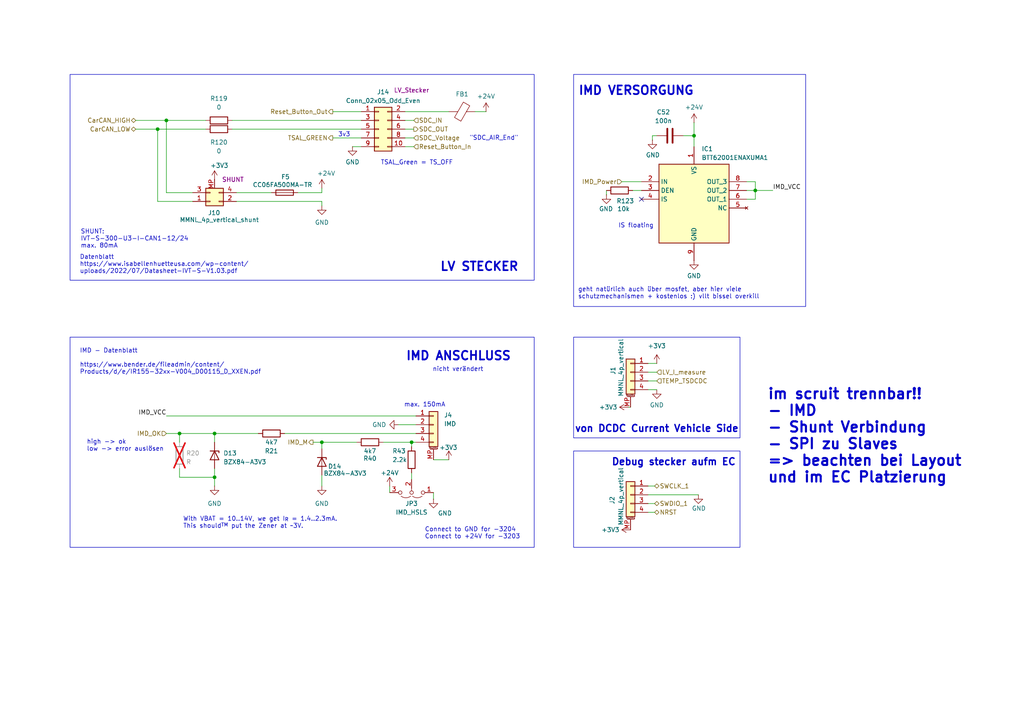
<source format=kicad_sch>
(kicad_sch
	(version 20231120)
	(generator "eeschema")
	(generator_version "8.0")
	(uuid "200fd554-4226-4e14-a1ce-db0521b00741")
	(paper "A4")
	(lib_symbols
		(symbol "BTT62001ENAXUMA1:BTT62001ENAXUMA1"
			(exclude_from_sim no)
			(in_bom yes)
			(on_board yes)
			(property "Reference" "IC"
				(at 26.67 7.62 0)
				(effects
					(font
						(size 1.27 1.27)
					)
					(justify left top)
				)
			)
			(property "Value" "BTT62001ENAXUMA1"
				(at 26.67 5.08 0)
				(effects
					(font
						(size 1.27 1.27)
					)
					(justify left top)
				)
			)
			(property "Footprint" "SOIC127P600X115-9N"
				(at 26.67 -94.92 0)
				(effects
					(font
						(size 1.27 1.27)
					)
					(justify left top)
					(hide yes)
				)
			)
			(property "Datasheet" "https://www.infineon.com/dgdl/Infineon-BTT6200-1ENA-DS-v01_00-EN.pdf?fileId=5546d462636cc8fb01645f3a31f312e9"
				(at 26.67 -194.92 0)
				(effects
					(font
						(size 1.27 1.27)
					)
					(justify left top)
					(hide yes)
				)
			)
			(property "Description" "Infineon PROFET"
				(at -2.54 5.334 0)
				(effects
					(font
						(size 1.27 1.27)
					)
					(hide yes)
				)
			)
			(property "Height" "1.15"
				(at 26.67 -394.92 0)
				(effects
					(font
						(size 1.27 1.27)
					)
					(justify left top)
					(hide yes)
				)
			)
			(property "Manufacturer_Name" "Infineon"
				(at 26.67 -494.92 0)
				(effects
					(font
						(size 1.27 1.27)
					)
					(justify left top)
					(hide yes)
				)
			)
			(property "Manufacturer_Part_Number" "BTT62001ENAXUMA1"
				(at 26.67 -594.92 0)
				(effects
					(font
						(size 1.27 1.27)
					)
					(justify left top)
					(hide yes)
				)
			)
			(property "Arrow Part Number" "BTT62001ENAXUMA1"
				(at 26.67 -694.92 0)
				(effects
					(font
						(size 1.27 1.27)
					)
					(justify left top)
					(hide yes)
				)
			)
			(property "Arrow Price/Stock" "https://www.arrow.com/en/products/btt62001enaxuma1/infineon-technologies-ag"
				(at 26.67 -794.92 0)
				(effects
					(font
						(size 1.27 1.27)
					)
					(justify left top)
					(hide yes)
				)
			)
			(symbol "BTT62001ENAXUMA1_1_1"
				(rectangle
					(start 5.08 2.54)
					(end 25.4 -20.32)
					(stroke
						(width 0.254)
						(type default)
					)
					(fill
						(type background)
					)
				)
				(pin passive line
					(at 15.24 7.62 270)
					(length 5.08)
					(name "VS"
						(effects
							(font
								(size 1.27 1.27)
							)
						)
					)
					(number "1"
						(effects
							(font
								(size 1.27 1.27)
							)
						)
					)
				)
				(pin passive line
					(at 0 -2.54 0)
					(length 5.08)
					(name "IN"
						(effects
							(font
								(size 1.27 1.27)
							)
						)
					)
					(number "2"
						(effects
							(font
								(size 1.27 1.27)
							)
						)
					)
				)
				(pin passive line
					(at 0 -5.08 0)
					(length 5.08)
					(name "DEN"
						(effects
							(font
								(size 1.27 1.27)
							)
						)
					)
					(number "3"
						(effects
							(font
								(size 1.27 1.27)
							)
						)
					)
				)
				(pin passive line
					(at 0 -7.62 0)
					(length 5.08)
					(name "IS"
						(effects
							(font
								(size 1.27 1.27)
							)
						)
					)
					(number "4"
						(effects
							(font
								(size 1.27 1.27)
							)
						)
					)
				)
				(pin no_connect line
					(at 30.48 -10.16 180)
					(length 5.08)
					(name "NC"
						(effects
							(font
								(size 1.27 1.27)
							)
						)
					)
					(number "5"
						(effects
							(font
								(size 1.27 1.27)
							)
						)
					)
				)
				(pin passive line
					(at 30.48 -7.62 180)
					(length 5.08)
					(name "OUT_1"
						(effects
							(font
								(size 1.27 1.27)
							)
						)
					)
					(number "6"
						(effects
							(font
								(size 1.27 1.27)
							)
						)
					)
				)
				(pin passive line
					(at 30.48 -5.08 180)
					(length 5.08)
					(name "OUT_2"
						(effects
							(font
								(size 1.27 1.27)
							)
						)
					)
					(number "7"
						(effects
							(font
								(size 1.27 1.27)
							)
						)
					)
				)
				(pin passive line
					(at 30.48 -2.54 180)
					(length 5.08)
					(name "OUT_3"
						(effects
							(font
								(size 1.27 1.27)
							)
						)
					)
					(number "8"
						(effects
							(font
								(size 1.27 1.27)
							)
						)
					)
				)
				(pin passive line
					(at 15.24 -25.4 90)
					(length 5.08)
					(name "GND"
						(effects
							(font
								(size 1.27 1.27)
							)
						)
					)
					(number "9"
						(effects
							(font
								(size 1.27 1.27)
							)
						)
					)
				)
			)
		)
		(symbol "Connector_Generic:Conn_02x05_Odd_Even"
			(pin_names
				(offset 1.016) hide)
			(exclude_from_sim no)
			(in_bom yes)
			(on_board yes)
			(property "Reference" "J"
				(at 1.27 7.62 0)
				(effects
					(font
						(size 1.27 1.27)
					)
				)
			)
			(property "Value" "Conn_02x05_Odd_Even"
				(at 1.27 -7.62 0)
				(effects
					(font
						(size 1.27 1.27)
					)
				)
			)
			(property "Footprint" ""
				(at 0 0 0)
				(effects
					(font
						(size 1.27 1.27)
					)
					(hide yes)
				)
			)
			(property "Datasheet" "~"
				(at 0 0 0)
				(effects
					(font
						(size 1.27 1.27)
					)
					(hide yes)
				)
			)
			(property "Description" "Generic connector, double row, 02x05, odd/even pin numbering scheme (row 1 odd numbers, row 2 even numbers), script generated (kicad-library-utils/schlib/autogen/connector/)"
				(at 0 0 0)
				(effects
					(font
						(size 1.27 1.27)
					)
					(hide yes)
				)
			)
			(property "ki_keywords" "connector"
				(at 0 0 0)
				(effects
					(font
						(size 1.27 1.27)
					)
					(hide yes)
				)
			)
			(property "ki_fp_filters" "Connector*:*_2x??_*"
				(at 0 0 0)
				(effects
					(font
						(size 1.27 1.27)
					)
					(hide yes)
				)
			)
			(symbol "Conn_02x05_Odd_Even_1_1"
				(rectangle
					(start -1.27 -4.953)
					(end 0 -5.207)
					(stroke
						(width 0.1524)
						(type default)
					)
					(fill
						(type none)
					)
				)
				(rectangle
					(start -1.27 -2.413)
					(end 0 -2.667)
					(stroke
						(width 0.1524)
						(type default)
					)
					(fill
						(type none)
					)
				)
				(rectangle
					(start -1.27 0.127)
					(end 0 -0.127)
					(stroke
						(width 0.1524)
						(type default)
					)
					(fill
						(type none)
					)
				)
				(rectangle
					(start -1.27 2.667)
					(end 0 2.413)
					(stroke
						(width 0.1524)
						(type default)
					)
					(fill
						(type none)
					)
				)
				(rectangle
					(start -1.27 5.207)
					(end 0 4.953)
					(stroke
						(width 0.1524)
						(type default)
					)
					(fill
						(type none)
					)
				)
				(rectangle
					(start -1.27 6.35)
					(end 3.81 -6.35)
					(stroke
						(width 0.254)
						(type default)
					)
					(fill
						(type background)
					)
				)
				(rectangle
					(start 3.81 -4.953)
					(end 2.54 -5.207)
					(stroke
						(width 0.1524)
						(type default)
					)
					(fill
						(type none)
					)
				)
				(rectangle
					(start 3.81 -2.413)
					(end 2.54 -2.667)
					(stroke
						(width 0.1524)
						(type default)
					)
					(fill
						(type none)
					)
				)
				(rectangle
					(start 3.81 0.127)
					(end 2.54 -0.127)
					(stroke
						(width 0.1524)
						(type default)
					)
					(fill
						(type none)
					)
				)
				(rectangle
					(start 3.81 2.667)
					(end 2.54 2.413)
					(stroke
						(width 0.1524)
						(type default)
					)
					(fill
						(type none)
					)
				)
				(rectangle
					(start 3.81 5.207)
					(end 2.54 4.953)
					(stroke
						(width 0.1524)
						(type default)
					)
					(fill
						(type none)
					)
				)
				(pin passive line
					(at -5.08 5.08 0)
					(length 3.81)
					(name "Pin_1"
						(effects
							(font
								(size 1.27 1.27)
							)
						)
					)
					(number "1"
						(effects
							(font
								(size 1.27 1.27)
							)
						)
					)
				)
				(pin passive line
					(at 7.62 -5.08 180)
					(length 3.81)
					(name "Pin_10"
						(effects
							(font
								(size 1.27 1.27)
							)
						)
					)
					(number "10"
						(effects
							(font
								(size 1.27 1.27)
							)
						)
					)
				)
				(pin passive line
					(at 7.62 5.08 180)
					(length 3.81)
					(name "Pin_2"
						(effects
							(font
								(size 1.27 1.27)
							)
						)
					)
					(number "2"
						(effects
							(font
								(size 1.27 1.27)
							)
						)
					)
				)
				(pin passive line
					(at -5.08 2.54 0)
					(length 3.81)
					(name "Pin_3"
						(effects
							(font
								(size 1.27 1.27)
							)
						)
					)
					(number "3"
						(effects
							(font
								(size 1.27 1.27)
							)
						)
					)
				)
				(pin passive line
					(at 7.62 2.54 180)
					(length 3.81)
					(name "Pin_4"
						(effects
							(font
								(size 1.27 1.27)
							)
						)
					)
					(number "4"
						(effects
							(font
								(size 1.27 1.27)
							)
						)
					)
				)
				(pin passive line
					(at -5.08 0 0)
					(length 3.81)
					(name "Pin_5"
						(effects
							(font
								(size 1.27 1.27)
							)
						)
					)
					(number "5"
						(effects
							(font
								(size 1.27 1.27)
							)
						)
					)
				)
				(pin passive line
					(at 7.62 0 180)
					(length 3.81)
					(name "Pin_6"
						(effects
							(font
								(size 1.27 1.27)
							)
						)
					)
					(number "6"
						(effects
							(font
								(size 1.27 1.27)
							)
						)
					)
				)
				(pin passive line
					(at -5.08 -2.54 0)
					(length 3.81)
					(name "Pin_7"
						(effects
							(font
								(size 1.27 1.27)
							)
						)
					)
					(number "7"
						(effects
							(font
								(size 1.27 1.27)
							)
						)
					)
				)
				(pin passive line
					(at 7.62 -2.54 180)
					(length 3.81)
					(name "Pin_8"
						(effects
							(font
								(size 1.27 1.27)
							)
						)
					)
					(number "8"
						(effects
							(font
								(size 1.27 1.27)
							)
						)
					)
				)
				(pin passive line
					(at -5.08 -5.08 0)
					(length 3.81)
					(name "Pin_9"
						(effects
							(font
								(size 1.27 1.27)
							)
						)
					)
					(number "9"
						(effects
							(font
								(size 1.27 1.27)
							)
						)
					)
				)
			)
		)
		(symbol "Connector_Generic_MountingPin:Conn_01x04_MountingPin"
			(pin_names
				(offset 1.016) hide)
			(exclude_from_sim no)
			(in_bom yes)
			(on_board yes)
			(property "Reference" "J"
				(at 0 5.08 0)
				(effects
					(font
						(size 1.27 1.27)
					)
				)
			)
			(property "Value" "Conn_01x04_MountingPin"
				(at 1.27 -7.62 0)
				(effects
					(font
						(size 1.27 1.27)
					)
					(justify left)
				)
			)
			(property "Footprint" ""
				(at 0 0 0)
				(effects
					(font
						(size 1.27 1.27)
					)
					(hide yes)
				)
			)
			(property "Datasheet" "~"
				(at 0 0 0)
				(effects
					(font
						(size 1.27 1.27)
					)
					(hide yes)
				)
			)
			(property "Description" "Generic connectable mounting pin connector, single row, 01x04, script generated (kicad-library-utils/schlib/autogen/connector/)"
				(at 0 0 0)
				(effects
					(font
						(size 1.27 1.27)
					)
					(hide yes)
				)
			)
			(property "ki_keywords" "connector"
				(at 0 0 0)
				(effects
					(font
						(size 1.27 1.27)
					)
					(hide yes)
				)
			)
			(property "ki_fp_filters" "Connector*:*_1x??-1MP*"
				(at 0 0 0)
				(effects
					(font
						(size 1.27 1.27)
					)
					(hide yes)
				)
			)
			(symbol "Conn_01x04_MountingPin_1_1"
				(rectangle
					(start -1.27 -4.953)
					(end 0 -5.207)
					(stroke
						(width 0.1524)
						(type default)
					)
					(fill
						(type none)
					)
				)
				(rectangle
					(start -1.27 -2.413)
					(end 0 -2.667)
					(stroke
						(width 0.1524)
						(type default)
					)
					(fill
						(type none)
					)
				)
				(rectangle
					(start -1.27 0.127)
					(end 0 -0.127)
					(stroke
						(width 0.1524)
						(type default)
					)
					(fill
						(type none)
					)
				)
				(rectangle
					(start -1.27 2.667)
					(end 0 2.413)
					(stroke
						(width 0.1524)
						(type default)
					)
					(fill
						(type none)
					)
				)
				(rectangle
					(start -1.27 3.81)
					(end 1.27 -6.35)
					(stroke
						(width 0.254)
						(type default)
					)
					(fill
						(type background)
					)
				)
				(polyline
					(pts
						(xy -1.016 -7.112) (xy 1.016 -7.112)
					)
					(stroke
						(width 0.1524)
						(type default)
					)
					(fill
						(type none)
					)
				)
				(text "Mounting"
					(at 0 -6.731 0)
					(effects
						(font
							(size 0.381 0.381)
						)
					)
				)
				(pin passive line
					(at -5.08 2.54 0)
					(length 3.81)
					(name "Pin_1"
						(effects
							(font
								(size 1.27 1.27)
							)
						)
					)
					(number "1"
						(effects
							(font
								(size 1.27 1.27)
							)
						)
					)
				)
				(pin passive line
					(at -5.08 0 0)
					(length 3.81)
					(name "Pin_2"
						(effects
							(font
								(size 1.27 1.27)
							)
						)
					)
					(number "2"
						(effects
							(font
								(size 1.27 1.27)
							)
						)
					)
				)
				(pin passive line
					(at -5.08 -2.54 0)
					(length 3.81)
					(name "Pin_3"
						(effects
							(font
								(size 1.27 1.27)
							)
						)
					)
					(number "3"
						(effects
							(font
								(size 1.27 1.27)
							)
						)
					)
				)
				(pin passive line
					(at -5.08 -5.08 0)
					(length 3.81)
					(name "Pin_4"
						(effects
							(font
								(size 1.27 1.27)
							)
						)
					)
					(number "4"
						(effects
							(font
								(size 1.27 1.27)
							)
						)
					)
				)
				(pin passive line
					(at 0 -10.16 90)
					(length 3.048)
					(name "MountPin"
						(effects
							(font
								(size 1.27 1.27)
							)
						)
					)
					(number "MP"
						(effects
							(font
								(size 1.27 1.27)
							)
						)
					)
				)
			)
		)
		(symbol "Device:C"
			(pin_numbers hide)
			(pin_names
				(offset 0.254)
			)
			(exclude_from_sim no)
			(in_bom yes)
			(on_board yes)
			(property "Reference" "C"
				(at 0.635 2.54 0)
				(effects
					(font
						(size 1.27 1.27)
					)
					(justify left)
				)
			)
			(property "Value" "C"
				(at 0.635 -2.54 0)
				(effects
					(font
						(size 1.27 1.27)
					)
					(justify left)
				)
			)
			(property "Footprint" ""
				(at 0.9652 -3.81 0)
				(effects
					(font
						(size 1.27 1.27)
					)
					(hide yes)
				)
			)
			(property "Datasheet" "~"
				(at 0 0 0)
				(effects
					(font
						(size 1.27 1.27)
					)
					(hide yes)
				)
			)
			(property "Description" "Unpolarized capacitor"
				(at 0 0 0)
				(effects
					(font
						(size 1.27 1.27)
					)
					(hide yes)
				)
			)
			(property "ki_keywords" "cap capacitor"
				(at 0 0 0)
				(effects
					(font
						(size 1.27 1.27)
					)
					(hide yes)
				)
			)
			(property "ki_fp_filters" "C_*"
				(at 0 0 0)
				(effects
					(font
						(size 1.27 1.27)
					)
					(hide yes)
				)
			)
			(symbol "C_0_1"
				(polyline
					(pts
						(xy -2.032 -0.762) (xy 2.032 -0.762)
					)
					(stroke
						(width 0.508)
						(type default)
					)
					(fill
						(type none)
					)
				)
				(polyline
					(pts
						(xy -2.032 0.762) (xy 2.032 0.762)
					)
					(stroke
						(width 0.508)
						(type default)
					)
					(fill
						(type none)
					)
				)
			)
			(symbol "C_1_1"
				(pin passive line
					(at 0 3.81 270)
					(length 2.794)
					(name "~"
						(effects
							(font
								(size 1.27 1.27)
							)
						)
					)
					(number "1"
						(effects
							(font
								(size 1.27 1.27)
							)
						)
					)
				)
				(pin passive line
					(at 0 -3.81 90)
					(length 2.794)
					(name "~"
						(effects
							(font
								(size 1.27 1.27)
							)
						)
					)
					(number "2"
						(effects
							(font
								(size 1.27 1.27)
							)
						)
					)
				)
			)
		)
		(symbol "Device:FerriteBead"
			(pin_numbers hide)
			(pin_names
				(offset 0)
			)
			(exclude_from_sim no)
			(in_bom yes)
			(on_board yes)
			(property "Reference" "FB"
				(at -3.81 0.635 90)
				(effects
					(font
						(size 1.27 1.27)
					)
				)
			)
			(property "Value" "FerriteBead"
				(at 3.81 0 90)
				(effects
					(font
						(size 1.27 1.27)
					)
				)
			)
			(property "Footprint" ""
				(at -1.778 0 90)
				(effects
					(font
						(size 1.27 1.27)
					)
					(hide yes)
				)
			)
			(property "Datasheet" "~"
				(at 0 0 0)
				(effects
					(font
						(size 1.27 1.27)
					)
					(hide yes)
				)
			)
			(property "Description" "Ferrite bead"
				(at 0 0 0)
				(effects
					(font
						(size 1.27 1.27)
					)
					(hide yes)
				)
			)
			(property "ki_keywords" "L ferrite bead inductor filter"
				(at 0 0 0)
				(effects
					(font
						(size 1.27 1.27)
					)
					(hide yes)
				)
			)
			(property "ki_fp_filters" "Inductor_* L_* *Ferrite*"
				(at 0 0 0)
				(effects
					(font
						(size 1.27 1.27)
					)
					(hide yes)
				)
			)
			(symbol "FerriteBead_0_1"
				(polyline
					(pts
						(xy 0 -1.27) (xy 0 -1.2192)
					)
					(stroke
						(width 0)
						(type default)
					)
					(fill
						(type none)
					)
				)
				(polyline
					(pts
						(xy 0 1.27) (xy 0 1.2954)
					)
					(stroke
						(width 0)
						(type default)
					)
					(fill
						(type none)
					)
				)
				(polyline
					(pts
						(xy -2.7686 0.4064) (xy -1.7018 2.2606) (xy 2.7686 -0.3048) (xy 1.6764 -2.159) (xy -2.7686 0.4064)
					)
					(stroke
						(width 0)
						(type default)
					)
					(fill
						(type none)
					)
				)
			)
			(symbol "FerriteBead_1_1"
				(pin passive line
					(at 0 3.81 270)
					(length 2.54)
					(name "~"
						(effects
							(font
								(size 1.27 1.27)
							)
						)
					)
					(number "1"
						(effects
							(font
								(size 1.27 1.27)
							)
						)
					)
				)
				(pin passive line
					(at 0 -3.81 90)
					(length 2.54)
					(name "~"
						(effects
							(font
								(size 1.27 1.27)
							)
						)
					)
					(number "2"
						(effects
							(font
								(size 1.27 1.27)
							)
						)
					)
				)
			)
		)
		(symbol "Device:Fuse"
			(pin_numbers hide)
			(pin_names
				(offset 0)
			)
			(exclude_from_sim no)
			(in_bom yes)
			(on_board yes)
			(property "Reference" "F"
				(at 2.032 0 90)
				(effects
					(font
						(size 1.27 1.27)
					)
				)
			)
			(property "Value" "Fuse"
				(at -1.905 0 90)
				(effects
					(font
						(size 1.27 1.27)
					)
				)
			)
			(property "Footprint" ""
				(at -1.778 0 90)
				(effects
					(font
						(size 1.27 1.27)
					)
					(hide yes)
				)
			)
			(property "Datasheet" "~"
				(at 0 0 0)
				(effects
					(font
						(size 1.27 1.27)
					)
					(hide yes)
				)
			)
			(property "Description" "Fuse"
				(at 0 0 0)
				(effects
					(font
						(size 1.27 1.27)
					)
					(hide yes)
				)
			)
			(property "ki_keywords" "fuse"
				(at 0 0 0)
				(effects
					(font
						(size 1.27 1.27)
					)
					(hide yes)
				)
			)
			(property "ki_fp_filters" "*Fuse*"
				(at 0 0 0)
				(effects
					(font
						(size 1.27 1.27)
					)
					(hide yes)
				)
			)
			(symbol "Fuse_0_1"
				(rectangle
					(start -0.762 -2.54)
					(end 0.762 2.54)
					(stroke
						(width 0.254)
						(type default)
					)
					(fill
						(type none)
					)
				)
				(polyline
					(pts
						(xy 0 2.54) (xy 0 -2.54)
					)
					(stroke
						(width 0)
						(type default)
					)
					(fill
						(type none)
					)
				)
			)
			(symbol "Fuse_1_1"
				(pin passive line
					(at 0 3.81 270)
					(length 1.27)
					(name "~"
						(effects
							(font
								(size 1.27 1.27)
							)
						)
					)
					(number "1"
						(effects
							(font
								(size 1.27 1.27)
							)
						)
					)
				)
				(pin passive line
					(at 0 -3.81 90)
					(length 1.27)
					(name "~"
						(effects
							(font
								(size 1.27 1.27)
							)
						)
					)
					(number "2"
						(effects
							(font
								(size 1.27 1.27)
							)
						)
					)
				)
			)
		)
		(symbol "Device:R"
			(pin_numbers hide)
			(pin_names
				(offset 0)
			)
			(exclude_from_sim no)
			(in_bom yes)
			(on_board yes)
			(property "Reference" "R"
				(at 2.032 0 90)
				(effects
					(font
						(size 1.27 1.27)
					)
				)
			)
			(property "Value" "R"
				(at 0 0 90)
				(effects
					(font
						(size 1.27 1.27)
					)
				)
			)
			(property "Footprint" ""
				(at -1.778 0 90)
				(effects
					(font
						(size 1.27 1.27)
					)
					(hide yes)
				)
			)
			(property "Datasheet" "~"
				(at 0 0 0)
				(effects
					(font
						(size 1.27 1.27)
					)
					(hide yes)
				)
			)
			(property "Description" "Resistor"
				(at 0 0 0)
				(effects
					(font
						(size 1.27 1.27)
					)
					(hide yes)
				)
			)
			(property "ki_keywords" "R res resistor"
				(at 0 0 0)
				(effects
					(font
						(size 1.27 1.27)
					)
					(hide yes)
				)
			)
			(property "ki_fp_filters" "R_*"
				(at 0 0 0)
				(effects
					(font
						(size 1.27 1.27)
					)
					(hide yes)
				)
			)
			(symbol "R_0_1"
				(rectangle
					(start -1.016 -2.54)
					(end 1.016 2.54)
					(stroke
						(width 0.254)
						(type default)
					)
					(fill
						(type none)
					)
				)
			)
			(symbol "R_1_1"
				(pin passive line
					(at 0 3.81 270)
					(length 1.27)
					(name "~"
						(effects
							(font
								(size 1.27 1.27)
							)
						)
					)
					(number "1"
						(effects
							(font
								(size 1.27 1.27)
							)
						)
					)
				)
				(pin passive line
					(at 0 -3.81 90)
					(length 1.27)
					(name "~"
						(effects
							(font
								(size 1.27 1.27)
							)
						)
					)
					(number "2"
						(effects
							(font
								(size 1.27 1.27)
							)
						)
					)
				)
			)
		)
		(symbol "Jumper:Jumper_3_Open"
			(pin_names
				(offset 0) hide)
			(exclude_from_sim no)
			(in_bom yes)
			(on_board yes)
			(property "Reference" "JP"
				(at -2.54 -2.54 0)
				(effects
					(font
						(size 1.27 1.27)
					)
				)
			)
			(property "Value" "Jumper_3_Open"
				(at 0 2.794 0)
				(effects
					(font
						(size 1.27 1.27)
					)
				)
			)
			(property "Footprint" ""
				(at 0 0 0)
				(effects
					(font
						(size 1.27 1.27)
					)
					(hide yes)
				)
			)
			(property "Datasheet" "~"
				(at 0 0 0)
				(effects
					(font
						(size 1.27 1.27)
					)
					(hide yes)
				)
			)
			(property "Description" "Jumper, 3-pole, both open"
				(at 0 0 0)
				(effects
					(font
						(size 1.27 1.27)
					)
					(hide yes)
				)
			)
			(property "ki_keywords" "Jumper SPDT"
				(at 0 0 0)
				(effects
					(font
						(size 1.27 1.27)
					)
					(hide yes)
				)
			)
			(property "ki_fp_filters" "Jumper* TestPoint*3Pads* TestPoint*Bridge*"
				(at 0 0 0)
				(effects
					(font
						(size 1.27 1.27)
					)
					(hide yes)
				)
			)
			(symbol "Jumper_3_Open_0_0"
				(circle
					(center -3.302 0)
					(radius 0.508)
					(stroke
						(width 0)
						(type default)
					)
					(fill
						(type none)
					)
				)
				(circle
					(center 0 0)
					(radius 0.508)
					(stroke
						(width 0)
						(type default)
					)
					(fill
						(type none)
					)
				)
				(circle
					(center 3.302 0)
					(radius 0.508)
					(stroke
						(width 0)
						(type default)
					)
					(fill
						(type none)
					)
				)
			)
			(symbol "Jumper_3_Open_0_1"
				(arc
					(start -0.254 1.016)
					(mid -1.651 1.4992)
					(end -3.048 1.016)
					(stroke
						(width 0)
						(type default)
					)
					(fill
						(type none)
					)
				)
				(polyline
					(pts
						(xy 0 -0.508) (xy 0 -1.27)
					)
					(stroke
						(width 0)
						(type default)
					)
					(fill
						(type none)
					)
				)
				(arc
					(start 3.048 1.016)
					(mid 1.651 1.4992)
					(end 0.254 1.016)
					(stroke
						(width 0)
						(type default)
					)
					(fill
						(type none)
					)
				)
			)
			(symbol "Jumper_3_Open_1_1"
				(pin passive line
					(at -6.35 0 0)
					(length 2.54)
					(name "A"
						(effects
							(font
								(size 1.27 1.27)
							)
						)
					)
					(number "1"
						(effects
							(font
								(size 1.27 1.27)
							)
						)
					)
				)
				(pin passive line
					(at 0 -3.81 90)
					(length 2.54)
					(name "C"
						(effects
							(font
								(size 1.27 1.27)
							)
						)
					)
					(number "2"
						(effects
							(font
								(size 1.27 1.27)
							)
						)
					)
				)
				(pin passive line
					(at 6.35 0 180)
					(length 2.54)
					(name "B"
						(effects
							(font
								(size 1.27 1.27)
							)
						)
					)
					(number "3"
						(effects
							(font
								(size 1.27 1.27)
							)
						)
					)
				)
			)
		)
		(symbol "Master:BZX84-A3V3"
			(pin_numbers hide)
			(pin_names
				(offset 1.016) hide)
			(exclude_from_sim no)
			(in_bom yes)
			(on_board yes)
			(property "Reference" "D"
				(at 0 2.54 0)
				(effects
					(font
						(size 1.27 1.27)
					)
				)
			)
			(property "Value" "BZX84-A3V3"
				(at 0 -2.54 0)
				(effects
					(font
						(size 1.27 1.27)
					)
				)
			)
			(property "Footprint" "Package_TO_SOT_SMD:SOT-23-3"
				(at 0 5.08 0)
				(effects
					(font
						(size 1.27 1.27)
					)
					(hide yes)
				)
			)
			(property "Datasheet" "~"
				(at 0 0 0)
				(effects
					(font
						(size 1.27 1.27)
					)
					(hide yes)
				)
			)
			(property "Description" "Zener diode 3.3V SOT-23"
				(at 0 0 0)
				(effects
					(font
						(size 1.27 1.27)
					)
					(hide yes)
				)
			)
			(property "ki_keywords" "diode"
				(at 0 0 0)
				(effects
					(font
						(size 1.27 1.27)
					)
					(hide yes)
				)
			)
			(property "ki_fp_filters" "TO-???* *_Diode_* *SingleDiode* D_*"
				(at 0 0 0)
				(effects
					(font
						(size 1.27 1.27)
					)
					(hide yes)
				)
			)
			(symbol "BZX84-A3V3_0_1"
				(polyline
					(pts
						(xy 1.27 0) (xy -1.27 0)
					)
					(stroke
						(width 0)
						(type default)
					)
					(fill
						(type none)
					)
				)
				(polyline
					(pts
						(xy -1.27 -1.27) (xy -1.27 1.27) (xy -0.762 1.27)
					)
					(stroke
						(width 0.254)
						(type default)
					)
					(fill
						(type none)
					)
				)
				(polyline
					(pts
						(xy 1.27 -1.27) (xy 1.27 1.27) (xy -1.27 0) (xy 1.27 -1.27)
					)
					(stroke
						(width 0.254)
						(type default)
					)
					(fill
						(type none)
					)
				)
			)
			(symbol "BZX84-A3V3_1_1"
				(pin passive line
					(at 3.81 0 180)
					(length 2.54)
					(name "A"
						(effects
							(font
								(size 1.27 1.27)
							)
						)
					)
					(number "1"
						(effects
							(font
								(size 1.27 1.27)
							)
						)
					)
				)
				(pin passive line
					(at -3.81 0 0)
					(length 2.54)
					(name "K"
						(effects
							(font
								(size 1.27 1.27)
							)
						)
					)
					(number "3"
						(effects
							(font
								(size 1.27 1.27)
							)
						)
					)
				)
			)
		)
		(symbol "Master:MMNL_2x2p_vertical"
			(pin_names
				(offset 1.016) hide)
			(exclude_from_sim no)
			(in_bom yes)
			(on_board yes)
			(property "Reference" "J"
				(at 1.27 2.54 0)
				(effects
					(font
						(size 1.27 1.27)
					)
				)
			)
			(property "Value" "MMNL_2x2p_vertical"
				(at 1.27 -5.08 0)
				(effects
					(font
						(size 1.27 1.27)
					)
				)
			)
			(property "Footprint" "FaSTTUBe_connectors:Micro_Mate-N-Lok_2x2p_vertical"
				(at 2.54 -7.112 0)
				(effects
					(font
						(size 1.27 1.27)
					)
					(hide yes)
				)
			)
			(property "Datasheet" "~"
				(at 0 0 0)
				(effects
					(font
						(size 1.27 1.27)
					)
					(hide yes)
				)
			)
			(property "Description" "Generic connector, double row, 02x02, odd/even pin numbering scheme (row 1 odd numbers, row 2 even numbers), script generated (kicad-library-utils/schlib/autogen/connector/)"
				(at 2.032 -9.398 0)
				(effects
					(font
						(size 1.27 1.27)
					)
					(hide yes)
				)
			)
			(property "ki_keywords" "connector"
				(at 0 0 0)
				(effects
					(font
						(size 1.27 1.27)
					)
					(hide yes)
				)
			)
			(property "ki_fp_filters" "Connector*:*_2x??_*"
				(at 0 0 0)
				(effects
					(font
						(size 1.27 1.27)
					)
					(hide yes)
				)
			)
			(symbol "MMNL_2x2p_vertical_1_1"
				(rectangle
					(start -1.27 -2.413)
					(end 0 -2.667)
					(stroke
						(width 0.1524)
						(type default)
					)
					(fill
						(type none)
					)
				)
				(rectangle
					(start -1.27 0.127)
					(end 0 -0.127)
					(stroke
						(width 0.1524)
						(type default)
					)
					(fill
						(type none)
					)
				)
				(rectangle
					(start -1.27 1.27)
					(end 3.81 -3.81)
					(stroke
						(width 0.254)
						(type default)
					)
					(fill
						(type background)
					)
				)
				(rectangle
					(start 3.81 -2.413)
					(end 2.54 -2.667)
					(stroke
						(width 0.1524)
						(type default)
					)
					(fill
						(type none)
					)
				)
				(rectangle
					(start 3.81 0.127)
					(end 2.54 -0.127)
					(stroke
						(width 0.1524)
						(type default)
					)
					(fill
						(type none)
					)
				)
				(pin passive line
					(at -5.08 0 0)
					(length 3.81)
					(name "Pin_1"
						(effects
							(font
								(size 1.27 1.27)
							)
						)
					)
					(number "1"
						(effects
							(font
								(size 1.27 1.27)
							)
						)
					)
				)
				(pin passive line
					(at 7.62 0 180)
					(length 3.81)
					(name "Pin_2"
						(effects
							(font
								(size 1.27 1.27)
							)
						)
					)
					(number "2"
						(effects
							(font
								(size 1.27 1.27)
							)
						)
					)
				)
				(pin passive line
					(at -5.08 -2.54 0)
					(length 3.81)
					(name "Pin_3"
						(effects
							(font
								(size 1.27 1.27)
							)
						)
					)
					(number "3"
						(effects
							(font
								(size 1.27 1.27)
							)
						)
					)
				)
				(pin passive line
					(at 7.62 -2.54 180)
					(length 3.81)
					(name "Pin_4"
						(effects
							(font
								(size 1.27 1.27)
							)
						)
					)
					(number "4"
						(effects
							(font
								(size 1.27 1.27)
							)
						)
					)
				)
				(pin passive line
					(at 1.27 -6.35 90)
					(length 2.54)
					(name ""
						(effects
							(font
								(size 1.27 1.27)
							)
						)
					)
					(number "MP"
						(effects
							(font
								(size 1.27 1.27)
							)
						)
					)
				)
			)
		)
		(symbol "power:+12V"
			(power)
			(pin_numbers hide)
			(pin_names
				(offset 0) hide)
			(exclude_from_sim no)
			(in_bom yes)
			(on_board yes)
			(property "Reference" "#PWR"
				(at 0 -3.81 0)
				(effects
					(font
						(size 1.27 1.27)
					)
					(hide yes)
				)
			)
			(property "Value" "+12V"
				(at 0 3.556 0)
				(effects
					(font
						(size 1.27 1.27)
					)
				)
			)
			(property "Footprint" ""
				(at 0 0 0)
				(effects
					(font
						(size 1.27 1.27)
					)
					(hide yes)
				)
			)
			(property "Datasheet" ""
				(at 0 0 0)
				(effects
					(font
						(size 1.27 1.27)
					)
					(hide yes)
				)
			)
			(property "Description" "Power symbol creates a global label with name \"+12V\""
				(at 0 0 0)
				(effects
					(font
						(size 1.27 1.27)
					)
					(hide yes)
				)
			)
			(property "ki_keywords" "global power"
				(at 0 0 0)
				(effects
					(font
						(size 1.27 1.27)
					)
					(hide yes)
				)
			)
			(symbol "+12V_0_1"
				(polyline
					(pts
						(xy -0.762 1.27) (xy 0 2.54)
					)
					(stroke
						(width 0)
						(type default)
					)
					(fill
						(type none)
					)
				)
				(polyline
					(pts
						(xy 0 0) (xy 0 2.54)
					)
					(stroke
						(width 0)
						(type default)
					)
					(fill
						(type none)
					)
				)
				(polyline
					(pts
						(xy 0 2.54) (xy 0.762 1.27)
					)
					(stroke
						(width 0)
						(type default)
					)
					(fill
						(type none)
					)
				)
			)
			(symbol "+12V_1_1"
				(pin power_in line
					(at 0 0 90)
					(length 0)
					(name "~"
						(effects
							(font
								(size 1.27 1.27)
							)
						)
					)
					(number "1"
						(effects
							(font
								(size 1.27 1.27)
							)
						)
					)
				)
			)
		)
		(symbol "power:+24V"
			(power)
			(pin_numbers hide)
			(pin_names
				(offset 0) hide)
			(exclude_from_sim no)
			(in_bom yes)
			(on_board yes)
			(property "Reference" "#PWR"
				(at 0 -3.81 0)
				(effects
					(font
						(size 1.27 1.27)
					)
					(hide yes)
				)
			)
			(property "Value" "+24V"
				(at 0 3.556 0)
				(effects
					(font
						(size 1.27 1.27)
					)
				)
			)
			(property "Footprint" ""
				(at 0 0 0)
				(effects
					(font
						(size 1.27 1.27)
					)
					(hide yes)
				)
			)
			(property "Datasheet" ""
				(at 0 0 0)
				(effects
					(font
						(size 1.27 1.27)
					)
					(hide yes)
				)
			)
			(property "Description" "Power symbol creates a global label with name \"+24V\""
				(at 0 0 0)
				(effects
					(font
						(size 1.27 1.27)
					)
					(hide yes)
				)
			)
			(property "ki_keywords" "global power"
				(at 0 0 0)
				(effects
					(font
						(size 1.27 1.27)
					)
					(hide yes)
				)
			)
			(symbol "+24V_0_1"
				(polyline
					(pts
						(xy -0.762 1.27) (xy 0 2.54)
					)
					(stroke
						(width 0)
						(type default)
					)
					(fill
						(type none)
					)
				)
				(polyline
					(pts
						(xy 0 0) (xy 0 2.54)
					)
					(stroke
						(width 0)
						(type default)
					)
					(fill
						(type none)
					)
				)
				(polyline
					(pts
						(xy 0 2.54) (xy 0.762 1.27)
					)
					(stroke
						(width 0)
						(type default)
					)
					(fill
						(type none)
					)
				)
			)
			(symbol "+24V_1_1"
				(pin power_in line
					(at 0 0 90)
					(length 0)
					(name "~"
						(effects
							(font
								(size 1.27 1.27)
							)
						)
					)
					(number "1"
						(effects
							(font
								(size 1.27 1.27)
							)
						)
					)
				)
			)
		)
		(symbol "power:+3V3"
			(power)
			(pin_numbers hide)
			(pin_names
				(offset 0) hide)
			(exclude_from_sim no)
			(in_bom yes)
			(on_board yes)
			(property "Reference" "#PWR"
				(at 0 -3.81 0)
				(effects
					(font
						(size 1.27 1.27)
					)
					(hide yes)
				)
			)
			(property "Value" "+3V3"
				(at 0 3.556 0)
				(effects
					(font
						(size 1.27 1.27)
					)
				)
			)
			(property "Footprint" ""
				(at 0 0 0)
				(effects
					(font
						(size 1.27 1.27)
					)
					(hide yes)
				)
			)
			(property "Datasheet" ""
				(at 0 0 0)
				(effects
					(font
						(size 1.27 1.27)
					)
					(hide yes)
				)
			)
			(property "Description" "Power symbol creates a global label with name \"+3V3\""
				(at 0 0 0)
				(effects
					(font
						(size 1.27 1.27)
					)
					(hide yes)
				)
			)
			(property "ki_keywords" "global power"
				(at 0 0 0)
				(effects
					(font
						(size 1.27 1.27)
					)
					(hide yes)
				)
			)
			(symbol "+3V3_0_1"
				(polyline
					(pts
						(xy -0.762 1.27) (xy 0 2.54)
					)
					(stroke
						(width 0)
						(type default)
					)
					(fill
						(type none)
					)
				)
				(polyline
					(pts
						(xy 0 0) (xy 0 2.54)
					)
					(stroke
						(width 0)
						(type default)
					)
					(fill
						(type none)
					)
				)
				(polyline
					(pts
						(xy 0 2.54) (xy 0.762 1.27)
					)
					(stroke
						(width 0)
						(type default)
					)
					(fill
						(type none)
					)
				)
			)
			(symbol "+3V3_1_1"
				(pin power_in line
					(at 0 0 90)
					(length 0)
					(name "~"
						(effects
							(font
								(size 1.27 1.27)
							)
						)
					)
					(number "1"
						(effects
							(font
								(size 1.27 1.27)
							)
						)
					)
				)
			)
		)
		(symbol "power:GND"
			(power)
			(pin_numbers hide)
			(pin_names
				(offset 0) hide)
			(exclude_from_sim no)
			(in_bom yes)
			(on_board yes)
			(property "Reference" "#PWR"
				(at 0 -6.35 0)
				(effects
					(font
						(size 1.27 1.27)
					)
					(hide yes)
				)
			)
			(property "Value" "GND"
				(at 0 -3.81 0)
				(effects
					(font
						(size 1.27 1.27)
					)
				)
			)
			(property "Footprint" ""
				(at 0 0 0)
				(effects
					(font
						(size 1.27 1.27)
					)
					(hide yes)
				)
			)
			(property "Datasheet" ""
				(at 0 0 0)
				(effects
					(font
						(size 1.27 1.27)
					)
					(hide yes)
				)
			)
			(property "Description" "Power symbol creates a global label with name \"GND\" , ground"
				(at 0 0 0)
				(effects
					(font
						(size 1.27 1.27)
					)
					(hide yes)
				)
			)
			(property "ki_keywords" "global power"
				(at 0 0 0)
				(effects
					(font
						(size 1.27 1.27)
					)
					(hide yes)
				)
			)
			(symbol "GND_0_1"
				(polyline
					(pts
						(xy 0 0) (xy 0 -1.27) (xy 1.27 -1.27) (xy 0 -2.54) (xy -1.27 -1.27) (xy 0 -1.27)
					)
					(stroke
						(width 0)
						(type default)
					)
					(fill
						(type none)
					)
				)
			)
			(symbol "GND_1_1"
				(pin power_in line
					(at 0 0 270)
					(length 0)
					(name "~"
						(effects
							(font
								(size 1.27 1.27)
							)
						)
					)
					(number "1"
						(effects
							(font
								(size 1.27 1.27)
							)
						)
					)
				)
			)
		)
	)
	(junction
		(at 52.07 125.73)
		(diameter 0)
		(color 0 0 0 0)
		(uuid "19072f10-ee5a-4b22-866e-df3b513352af")
	)
	(junction
		(at 93.345 128.27)
		(diameter 0)
		(color 0 0 0 0)
		(uuid "42343a46-3f07-428a-bf16-87efa8edff8c")
	)
	(junction
		(at 48.26 34.925)
		(diameter 0)
		(color 0 0 0 0)
		(uuid "4769e45c-17ba-4922-b819-a8e35fb3acc2")
	)
	(junction
		(at 219.075 55.245)
		(diameter 0)
		(color 0 0 0 0)
		(uuid "6eb95d5a-70b5-4668-b223-c8726612b6e7")
	)
	(junction
		(at 62.23 138.43)
		(diameter 0)
		(color 0 0 0 0)
		(uuid "93b1b874-e97f-47cf-b2c6-2e87d002f9cf")
	)
	(junction
		(at 201.295 39.37)
		(diameter 0)
		(color 0 0 0 0)
		(uuid "adbc9845-3c94-4ee5-93b5-dad7fa542b18")
	)
	(junction
		(at 62.23 125.73)
		(diameter 0)
		(color 0 0 0 0)
		(uuid "d4ac3df1-5e23-4aaa-ab12-71161d937d30")
	)
	(junction
		(at 119.38 128.27)
		(diameter 0)
		(color 0 0 0 0)
		(uuid "ed35cf1b-2ef9-4b44-b8e6-06c905269c9b")
	)
	(junction
		(at 45.72 37.465)
		(diameter 0)
		(color 0 0 0 0)
		(uuid "f497c29c-fe32-4760-93b5-0c99773088aa")
	)
	(no_connect
		(at 186.055 57.785)
		(uuid "3e9e0879-cd00-495f-bae5-53fa16f0f4cb")
	)
	(wire
		(pts
			(xy 93.345 55.88) (xy 86.36 55.88)
		)
		(stroke
			(width 0)
			(type default)
		)
		(uuid "0255bc4f-36a3-4788-8032-6c8b69c1750e")
	)
	(wire
		(pts
			(xy 48.26 34.925) (xy 59.69 34.925)
		)
		(stroke
			(width 0)
			(type default)
		)
		(uuid "0799e8c7-0f92-4b61-97c2-550cf9627324")
	)
	(wire
		(pts
			(xy 219.075 55.245) (xy 216.535 55.245)
		)
		(stroke
			(width 0)
			(type default)
		)
		(uuid "0db18b39-d9c5-4aac-b3dd-f8a9d98eb556")
	)
	(wire
		(pts
			(xy 68.58 55.88) (xy 78.74 55.88)
		)
		(stroke
			(width 0)
			(type default)
		)
		(uuid "1c0154b9-0327-45d8-825d-2b767943d664")
	)
	(wire
		(pts
			(xy 45.72 37.465) (xy 59.69 37.465)
		)
		(stroke
			(width 0)
			(type default)
		)
		(uuid "1f83c307-9184-4452-885a-9ef3548cf41c")
	)
	(wire
		(pts
			(xy 48.26 34.925) (xy 48.26 55.88)
		)
		(stroke
			(width 0)
			(type default)
		)
		(uuid "223afdb1-54b8-4708-a73f-4c87cf9232dc")
	)
	(wire
		(pts
			(xy 62.23 125.73) (xy 62.23 128.27)
		)
		(stroke
			(width 0)
			(type default)
		)
		(uuid "231aadfb-dd2a-4d9d-b80c-98d50e0763d9")
	)
	(wire
		(pts
			(xy 93.345 58.42) (xy 68.58 58.42)
		)
		(stroke
			(width 0)
			(type default)
		)
		(uuid "29e9c02a-14a3-4fc5-a05b-8b2cf24518b9")
	)
	(wire
		(pts
			(xy 219.075 52.705) (xy 219.075 55.245)
		)
		(stroke
			(width 0)
			(type default)
		)
		(uuid "32986fc9-cb07-4b8b-81c0-599312b0485a")
	)
	(wire
		(pts
			(xy 120.015 37.465) (xy 117.475 37.465)
		)
		(stroke
			(width 0)
			(type default)
		)
		(uuid "347a1e79-8e4b-4212-a960-6fb89efef66b")
	)
	(wire
		(pts
			(xy 216.535 52.705) (xy 219.075 52.705)
		)
		(stroke
			(width 0)
			(type default)
		)
		(uuid "383b9c21-a5f9-4fc9-b19d-182838d2e88a")
	)
	(wire
		(pts
			(xy 120.015 42.545) (xy 117.475 42.545)
		)
		(stroke
			(width 0)
			(type default)
		)
		(uuid "3b34f4ef-ab8d-44ee-a2d0-2a31d1589d6d")
	)
	(wire
		(pts
			(xy 90.805 128.27) (xy 93.345 128.27)
		)
		(stroke
			(width 0)
			(type default)
		)
		(uuid "3c4e452b-00d9-4808-b9d0-92515ec0fb60")
	)
	(wire
		(pts
			(xy 82.55 125.73) (xy 120.65 125.73)
		)
		(stroke
			(width 0)
			(type default)
		)
		(uuid "43f74520-4556-4d56-8b10-40de637704fc")
	)
	(wire
		(pts
			(xy 52.07 125.73) (xy 62.23 125.73)
		)
		(stroke
			(width 0)
			(type default)
		)
		(uuid "452b695d-025e-47a2-922c-47540bbcdd01")
	)
	(wire
		(pts
			(xy 140.97 32.385) (xy 137.795 32.385)
		)
		(stroke
			(width 0)
			(type default)
		)
		(uuid "49b1872b-23ad-44c4-b7ac-aef33c11aa54")
	)
	(wire
		(pts
			(xy 117.475 32.385) (xy 130.175 32.385)
		)
		(stroke
			(width 0)
			(type default)
		)
		(uuid "4eb67373-e7de-4954-b18d-72959d4e5ed7")
	)
	(wire
		(pts
			(xy 175.895 56.515) (xy 175.895 55.245)
		)
		(stroke
			(width 0)
			(type default)
		)
		(uuid "58e0f839-12dc-4f66-841a-fc8d94ded7b8")
	)
	(wire
		(pts
			(xy 119.38 128.27) (xy 119.38 129.54)
		)
		(stroke
			(width 0)
			(type default)
		)
		(uuid "5a375e9a-6a43-48b5-8ab7-ed74b79f317a")
	)
	(wire
		(pts
			(xy 103.505 128.27) (xy 93.345 128.27)
		)
		(stroke
			(width 0)
			(type default)
		)
		(uuid "5dedd505-5525-4264-9901-2faf9d46f31a")
	)
	(wire
		(pts
			(xy 189.865 140.97) (xy 187.96 140.97)
		)
		(stroke
			(width 0)
			(type default)
		)
		(uuid "5f5f1b64-2e43-4140-9a1f-23a916c2d4be")
	)
	(wire
		(pts
			(xy 125.73 142.875) (xy 125.73 144.78)
		)
		(stroke
			(width 0)
			(type default)
		)
		(uuid "62fd7570-7c4f-42aa-ad92-fb462293d33d")
	)
	(wire
		(pts
			(xy 93.345 137.795) (xy 93.345 140.97)
		)
		(stroke
			(width 0)
			(type default)
		)
		(uuid "6eccbf36-59ea-4e49-ad7d-b589600064a0")
	)
	(wire
		(pts
			(xy 93.345 59.69) (xy 93.345 58.42)
		)
		(stroke
			(width 0)
			(type default)
		)
		(uuid "706f8d03-a3b3-4ed3-95ae-a1d3ac319a85")
	)
	(wire
		(pts
			(xy 39.37 34.925) (xy 48.26 34.925)
		)
		(stroke
			(width 0)
			(type default)
		)
		(uuid "7316454d-0863-49c7-88d3-874c47bc083b")
	)
	(wire
		(pts
			(xy 45.72 58.42) (xy 55.88 58.42)
		)
		(stroke
			(width 0)
			(type default)
		)
		(uuid "77dce1da-d32b-4ae2-929e-4eddda6dc2b7")
	)
	(wire
		(pts
			(xy 45.72 37.465) (xy 45.72 58.42)
		)
		(stroke
			(width 0)
			(type default)
		)
		(uuid "7ad3efa0-d9e7-43dc-9f75-5a8f51ce80e6")
	)
	(wire
		(pts
			(xy 189.865 148.59) (xy 187.96 148.59)
		)
		(stroke
			(width 0)
			(type default)
		)
		(uuid "7be14796-1d26-4ef1-948d-83ffc641207f")
	)
	(wire
		(pts
			(xy 183.515 55.245) (xy 186.055 55.245)
		)
		(stroke
			(width 0)
			(type default)
		)
		(uuid "7d83cce6-098a-4b7f-b29c-85045c30e368")
	)
	(wire
		(pts
			(xy 117.475 40.005) (xy 120.015 40.005)
		)
		(stroke
			(width 0)
			(type default)
		)
		(uuid "7eb99c9a-585e-4f9f-8190-ac4bd6bf5e09")
	)
	(wire
		(pts
			(xy 180.34 52.705) (xy 186.055 52.705)
		)
		(stroke
			(width 0)
			(type default)
		)
		(uuid "7f047e60-26c4-4baa-aac5-f8471a48baa2")
	)
	(wire
		(pts
			(xy 96.52 32.385) (xy 104.775 32.385)
		)
		(stroke
			(width 0)
			(type default)
		)
		(uuid "807ef203-531a-44de-8229-f82541329fe1")
	)
	(wire
		(pts
			(xy 67.31 37.465) (xy 104.775 37.465)
		)
		(stroke
			(width 0)
			(type default)
		)
		(uuid "827e06c4-b594-4647-8d83-344da7e7444a")
	)
	(wire
		(pts
			(xy 120.015 34.925) (xy 117.475 34.925)
		)
		(stroke
			(width 0)
			(type default)
		)
		(uuid "85657ce7-f49d-4756-ad44-a1480e1cc61e")
	)
	(wire
		(pts
			(xy 52.07 138.43) (xy 62.23 138.43)
		)
		(stroke
			(width 0)
			(type default)
		)
		(uuid "85df31e6-89bb-4b1c-b543-0f3821a0722a")
	)
	(wire
		(pts
			(xy 52.07 135.89) (xy 52.07 138.43)
		)
		(stroke
			(width 0)
			(type default)
		)
		(uuid "8abd20aa-2a76-4bd9-a994-d718b91ef485")
	)
	(wire
		(pts
			(xy 62.23 125.73) (xy 74.93 125.73)
		)
		(stroke
			(width 0)
			(type default)
		)
		(uuid "8d2c4e14-5f2a-41b3-8d76-cfde6b6ad76d")
	)
	(wire
		(pts
			(xy 125.73 133.35) (xy 130.175 133.35)
		)
		(stroke
			(width 0)
			(type default)
		)
		(uuid "8d48b6ae-3a79-4d27-916c-fb9c16742f89")
	)
	(wire
		(pts
			(xy 67.31 34.925) (xy 104.775 34.925)
		)
		(stroke
			(width 0)
			(type default)
		)
		(uuid "9436698c-b3c3-4a53-a1a1-e2870f46fc42")
	)
	(wire
		(pts
			(xy 182.245 118.11) (xy 182.88 118.11)
		)
		(stroke
			(width 0)
			(type default)
		)
		(uuid "963fa769-1ff2-4956-a4c3-f0d983b67590")
	)
	(wire
		(pts
			(xy 201.295 39.37) (xy 201.295 42.545)
		)
		(stroke
			(width 0)
			(type default)
		)
		(uuid "96c855e3-cd26-4c2b-b7a5-1be4dc8174d6")
	)
	(wire
		(pts
			(xy 93.345 128.27) (xy 93.345 130.175)
		)
		(stroke
			(width 0)
			(type default)
		)
		(uuid "97b5f269-8abb-461d-abcd-82eeea9856d1")
	)
	(wire
		(pts
			(xy 190.5 105.41) (xy 187.96 105.41)
		)
		(stroke
			(width 0)
			(type default)
		)
		(uuid "99ea6270-3650-46e7-a8dc-7698f2cb70e2")
	)
	(wire
		(pts
			(xy 48.26 120.65) (xy 120.65 120.65)
		)
		(stroke
			(width 0)
			(type default)
		)
		(uuid "9a7fb677-7015-45e9-9f32-acef182ba3ba")
	)
	(wire
		(pts
			(xy 219.075 57.785) (xy 216.535 57.785)
		)
		(stroke
			(width 0)
			(type default)
		)
		(uuid "9ad3ec19-aeee-4e07-a389-0ee193190209")
	)
	(wire
		(pts
			(xy 93.345 54.61) (xy 93.345 55.88)
		)
		(stroke
			(width 0)
			(type default)
		)
		(uuid "a10fd44d-2767-4040-937f-bf65f4ca23a6")
	)
	(wire
		(pts
			(xy 120.65 128.27) (xy 119.38 128.27)
		)
		(stroke
			(width 0)
			(type default)
		)
		(uuid "a3308896-c9f0-4861-8e65-188beaa8a9c9")
	)
	(wire
		(pts
			(xy 48.26 55.88) (xy 55.88 55.88)
		)
		(stroke
			(width 0)
			(type default)
		)
		(uuid "a703b8d3-655a-4c17-9f68-8f336086aa60")
	)
	(wire
		(pts
			(xy 189.865 146.05) (xy 187.96 146.05)
		)
		(stroke
			(width 0)
			(type default)
		)
		(uuid "a82dc577-f3f2-4c20-9fe7-f0a1e43ae39b")
	)
	(wire
		(pts
			(xy 201.295 35.56) (xy 201.295 39.37)
		)
		(stroke
			(width 0)
			(type default)
		)
		(uuid "affa5877-47d2-4163-aa5c-00c9781334ec")
	)
	(wire
		(pts
			(xy 190.5 113.03) (xy 187.96 113.03)
		)
		(stroke
			(width 0)
			(type default)
		)
		(uuid "b021074d-c182-4496-bec0-70d367a760de")
	)
	(wire
		(pts
			(xy 104.775 42.545) (xy 102.235 42.545)
		)
		(stroke
			(width 0)
			(type default)
		)
		(uuid "b0fcf866-a2bd-4b72-99c8-2d4dfcc84f89")
	)
	(wire
		(pts
			(xy 119.38 137.16) (xy 119.38 139.065)
		)
		(stroke
			(width 0)
			(type default)
		)
		(uuid "b21d939c-504b-4936-bbd1-d61711bc96b3")
	)
	(wire
		(pts
			(xy 189.23 39.37) (xy 189.23 40.64)
		)
		(stroke
			(width 0)
			(type default)
		)
		(uuid "b75a02fc-e976-4ae5-b36b-251c0cc62349")
	)
	(wire
		(pts
			(xy 187.96 110.49) (xy 190.5 110.49)
		)
		(stroke
			(width 0)
			(type default)
		)
		(uuid "b9dc06ae-d7aa-4d16-b58c-fca265be442c")
	)
	(wire
		(pts
			(xy 62.23 138.43) (xy 62.23 140.97)
		)
		(stroke
			(width 0)
			(type default)
		)
		(uuid "bc903c9c-c5ab-40f0-9f5f-d2330ca6664c")
	)
	(wire
		(pts
			(xy 187.96 143.51) (xy 202.565 143.51)
		)
		(stroke
			(width 0)
			(type default)
		)
		(uuid "bfeb86cd-ef8e-4800-984f-4086621d284b")
	)
	(wire
		(pts
			(xy 219.075 55.245) (xy 219.075 57.785)
		)
		(stroke
			(width 0)
			(type default)
		)
		(uuid "c94bfbc7-6f1a-4320-8477-45b9a14bb974")
	)
	(wire
		(pts
			(xy 115.57 123.19) (xy 120.65 123.19)
		)
		(stroke
			(width 0)
			(type default)
		)
		(uuid "cad32d84-cfb7-4012-abbc-8192383415ed")
	)
	(wire
		(pts
			(xy 39.37 37.465) (xy 45.72 37.465)
		)
		(stroke
			(width 0)
			(type default)
		)
		(uuid "cca3edaf-b624-477b-bcfa-0eb8e160ccea")
	)
	(wire
		(pts
			(xy 111.125 128.27) (xy 119.38 128.27)
		)
		(stroke
			(width 0)
			(type default)
		)
		(uuid "cf4c4cbd-807b-4e6b-9f3c-277dde0a6f74")
	)
	(wire
		(pts
			(xy 219.075 55.245) (xy 224.155 55.245)
		)
		(stroke
			(width 0)
			(type default)
		)
		(uuid "d53dc2d1-a411-4c9c-8833-2c6a03cc244b")
	)
	(wire
		(pts
			(xy 96.52 40.005) (xy 104.775 40.005)
		)
		(stroke
			(width 0)
			(type default)
		)
		(uuid "d653f087-3c4d-4680-8a93-f42e1c5b7a7f")
	)
	(wire
		(pts
			(xy 62.23 135.89) (xy 62.23 138.43)
		)
		(stroke
			(width 0)
			(type default)
		)
		(uuid "d81bc727-e41d-4f6d-ab24-d3351f401a2e")
	)
	(wire
		(pts
			(xy 48.26 125.73) (xy 52.07 125.73)
		)
		(stroke
			(width 0)
			(type default)
		)
		(uuid "ddc12bae-e8cd-495e-bdb3-77148dc4337f")
	)
	(wire
		(pts
			(xy 189.23 39.37) (xy 190.5 39.37)
		)
		(stroke
			(width 0)
			(type default)
		)
		(uuid "e015a389-db9b-4a81-a43a-e28acf404fab")
	)
	(wire
		(pts
			(xy 187.96 107.95) (xy 190.5 107.95)
		)
		(stroke
			(width 0)
			(type default)
		)
		(uuid "e8f9580b-a401-45a6-b52f-bae00f99bcb2")
	)
	(wire
		(pts
			(xy 198.12 39.37) (xy 201.295 39.37)
		)
		(stroke
			(width 0)
			(type default)
		)
		(uuid "eac75d5c-143c-4b7c-8fc1-458ce2bc3da7")
	)
	(wire
		(pts
			(xy 52.07 125.73) (xy 52.07 128.27)
		)
		(stroke
			(width 0)
			(type default)
		)
		(uuid "ec55d250-a13a-4d16-970f-1fc6f3c743ad")
	)
	(wire
		(pts
			(xy 113.03 140.97) (xy 113.03 142.875)
		)
		(stroke
			(width 0)
			(type default)
		)
		(uuid "fc93a46e-2bbb-4498-a334-367afbf88444")
	)
	(rectangle
		(start 166.37 130.81)
		(end 214.63 158.75)
		(stroke
			(width 0)
			(type default)
		)
		(fill
			(type none)
		)
		(uuid 67d4f92e-ba5a-44ea-bd5f-5332643b1521)
	)
	(rectangle
		(start 20.32 21.59)
		(end 154.94 81.28)
		(stroke
			(width 0)
			(type default)
		)
		(fill
			(type none)
		)
		(uuid 69683107-b8aa-4c84-80dd-cafc923a3a35)
	)
	(rectangle
		(start 166.37 97.79)
		(end 214.63 127)
		(stroke
			(width 0)
			(type default)
		)
		(fill
			(type none)
		)
		(uuid d580111b-5b49-4ef6-a552-25e172f918bb)
	)
	(rectangle
		(start 166.37 21.59)
		(end 233.68 88.9)
		(stroke
			(width 0)
			(type default)
		)
		(fill
			(type none)
		)
		(uuid d98a87a8-f43e-4280-9a8f-1975ab1112e1)
	)
	(rectangle
		(start 20.32 97.79)
		(end 154.94 158.75)
		(stroke
			(width 0)
			(type default)
		)
		(fill
			(type none)
		)
		(uuid f3e0082e-fb87-4ff8-bb08-c68d4d196fd0)
	)
	(text "max. 150mA"
		(exclude_from_sim no)
		(at 123.19 117.475 0)
		(effects
			(font
				(size 1.27 1.27)
			)
		)
		(uuid "381747df-3fd1-43c8-a367-4b2edaa0e6e4")
	)
	(text "IMD VERSORGUNG"
		(exclude_from_sim no)
		(at 167.64 26.416 0)
		(effects
			(font
				(size 2.5 2.5)
				(bold yes)
			)
			(justify left)
		)
		(uuid "3cb7a438-0daf-40a9-aa28-5a80e1f83237")
	)
	(text "high -> ok\nlow -> error auslösen"
		(exclude_from_sim no)
		(at 25.146 129.286 0)
		(effects
			(font
				(size 1.27 1.27)
			)
			(justify left)
		)
		(uuid "4b39b23f-f40b-4f24-aa54-c9692e1d4d4f")
	)
	(text "IS floating"
		(exclude_from_sim no)
		(at 179.324 65.532 0)
		(effects
			(font
				(size 1.27 1.27)
			)
			(justify left)
		)
		(uuid "5c7eeeee-5dd1-4b14-bf1b-916f499cde31")
	)
	(text "IMD - Datenblatt\n\nhttps://www.bender.de/fileadmin/content/\nProducts/d/e/IR155-32xx-V004_D00115_D_XXEN.pdf"
		(exclude_from_sim no)
		(at 23.114 104.902 0)
		(effects
			(font
				(size 1.27 1.27)
			)
			(justify left)
		)
		(uuid "687ab70a-e41a-431e-b4fe-098f0f7fc6db")
	)
	(text "Datenblatt\nhttps://www.isabellenhuetteusa.com/wp-content/\nuploads/2022/07/Datasheet-IVT-S-V1.03.pdf"
		(exclude_from_sim no)
		(at 23.114 76.708 0)
		(effects
			(font
				(size 1.27 1.27)
			)
			(justify left)
		)
		(uuid "722b80b3-599a-4ed5-b877-a4e89c67c83e")
	)
	(text "3v3"
		(exclude_from_sim no)
		(at 98.044 39.116 0)
		(effects
			(font
				(size 1.27 1.27)
			)
			(justify left)
		)
		(uuid "7661c48e-7579-4cf8-a45a-146e3cfdbcb5")
	)
	(text "SHUNT:\nIVT-S-300-U3-I-CAN1-12/24\nmax. 80mA\n"
		(exclude_from_sim no)
		(at 23.368 69.342 0)
		(effects
			(font
				(size 1.27 1.27)
			)
			(justify left)
		)
		(uuid "7a67a79e-50bb-4ba5-8e85-b550087ed8b7")
	)
	(text "Connect to GND for -3204\nConnect to +24V for -3203"
		(exclude_from_sim no)
		(at 123.19 156.464 0)
		(effects
			(font
				(size 1.27 1.27)
			)
			(justify left bottom)
		)
		(uuid "9ca018ee-aefd-4494-98dc-7260f96e7a06")
	)
	(text "\"SDC_AIR_End\"\n"
		(exclude_from_sim no)
		(at 143.256 40.132 0)
		(effects
			(font
				(size 1.27 1.27)
			)
		)
		(uuid "a3c9e2ac-b27d-4162-93e1-4cea12c1cdc5")
	)
	(text "TSAL_Green = TS_OFF"
		(exclude_from_sim no)
		(at 120.904 47.244 0)
		(effects
			(font
				(size 1.27 1.27)
			)
		)
		(uuid "b79e169b-75d9-4cea-8234-996c1e3352c0")
	)
	(text "LV STECKER"
		(exclude_from_sim no)
		(at 127.508 77.47 0)
		(effects
			(font
				(size 2.5 2.5)
				(thickness 0.5)
				(bold yes)
			)
			(justify left)
		)
		(uuid "c38d97f0-280d-4a5e-bffe-ce27cb75dbf0")
	)
	(text "IMD ANSCHLUSS"
		(exclude_from_sim no)
		(at 117.602 103.378 0)
		(effects
			(font
				(size 2.5 2.5)
				(thickness 0.5)
				(bold yes)
			)
			(justify left)
		)
		(uuid "cc92346a-d112-49cc-b183-bfa8fa390aa3")
	)
	(text "von DCDC Current Vehicle Side"
		(exclude_from_sim no)
		(at 166.624 124.46 0)
		(effects
			(font
				(size 2 2)
				(thickness 0.4)
				(bold yes)
			)
			(justify left)
		)
		(uuid "d0bf7082-b150-4bf3-b314-150beb570dc4")
	)
	(text "Debug stecker aufm EC"
		(exclude_from_sim no)
		(at 177.292 134.112 0)
		(effects
			(font
				(size 2 2)
				(thickness 0.4)
				(bold yes)
			)
			(justify left)
		)
		(uuid "d1f8f47a-52fb-41a2-8ffc-b2974c5c695e")
	)
	(text "geht natürlich auch über mosfet, aber hier viele \nschutzmechanismen + kostenlos :) vllt bissel overkill"
		(exclude_from_sim no)
		(at 167.64 85.09 0)
		(effects
			(font
				(size 1.27 1.27)
			)
			(justify left)
		)
		(uuid "d8e8b377-c4fe-45d7-b069-ede35f8994d8")
	)
	(text "With VBAT = 10..14V, we get I_{R} = 1.4..2.3mA.\nThis should^{TM} put the Zener at ~3V."
		(exclude_from_sim no)
		(at 53.086 153.416 0)
		(effects
			(font
				(size 1.27 1.27)
			)
			(justify left bottom)
		)
		(uuid "d94c8746-76ef-4bbd-b948-6590fe080287")
	)
	(text "nicht verändert"
		(exclude_from_sim no)
		(at 132.842 107.188 0)
		(effects
			(font
				(size 1.27 1.27)
			)
		)
		(uuid "e8bc9a59-5f19-4547-a568-5b5cd105a96d")
	)
	(text "im scruit trennbar!!\n- IMD\n- Shunt Verbindung\n- SPI zu Slaves\n=> beachten bei Layout \nund im EC Platzierung"
		(exclude_from_sim no)
		(at 222.504 126.492 0)
		(effects
			(font
				(size 3 3)
				(thickness 0.6)
				(bold yes)
			)
			(justify left)
		)
		(uuid "f2443b76-16a7-4386-bd10-71e318dc6f11")
	)
	(label "IMD_VCC"
		(at 48.26 120.65 180)
		(fields_autoplaced yes)
		(effects
			(font
				(size 1.27 1.27)
			)
			(justify right bottom)
		)
		(uuid "2f3d9972-c4f0-4aa2-a369-1af88100eec1")
	)
	(label "IMD_VCC"
		(at 224.155 55.245 0)
		(fields_autoplaced yes)
		(effects
			(font
				(size 1.27 1.27)
			)
			(justify left bottom)
		)
		(uuid "fb892761-dfe4-426b-9c3d-924c679ba543")
	)
	(hierarchical_label "IMD_Power"
		(shape input)
		(at 180.34 52.705 180)
		(fields_autoplaced yes)
		(effects
			(font
				(size 1.27 1.27)
			)
			(justify right)
		)
		(uuid "0a3f426e-1b69-4ca8-8f1e-464baa61492b")
	)
	(hierarchical_label "SDC_OUT"
		(shape output)
		(at 120.015 37.465 0)
		(fields_autoplaced yes)
		(effects
			(font
				(size 1.27 1.27)
			)
			(justify left)
		)
		(uuid "10e02e20-249e-4093-a243-2e20202df837")
	)
	(hierarchical_label "SWCLK_1"
		(shape bidirectional)
		(at 189.865 140.97 0)
		(fields_autoplaced yes)
		(effects
			(font
				(size 1.27 1.27)
			)
			(justify left)
		)
		(uuid "220b518b-b6aa-4214-98c1-28f2960391e5")
	)
	(hierarchical_label "IMD_M"
		(shape output)
		(at 90.805 128.27 180)
		(fields_autoplaced yes)
		(effects
			(font
				(size 1.27 1.27)
			)
			(justify right)
		)
		(uuid "491d0005-8e17-4948-9b19-f77b8870dddf")
	)
	(hierarchical_label "TSAL_GREEN"
		(shape output)
		(at 96.52 40.005 180)
		(fields_autoplaced yes)
		(effects
			(font
				(size 1.27 1.27)
			)
			(justify right)
		)
		(uuid "6b181eb1-e06a-4ec5-9320-c0a5b5374693")
	)
	(hierarchical_label "LV_I_measure"
		(shape input)
		(at 190.5 107.95 0)
		(fields_autoplaced yes)
		(effects
			(font
				(size 1.27 1.27)
			)
			(justify left)
		)
		(uuid "6b43b5c1-7790-4030-984f-62db138643a9")
	)
	(hierarchical_label "Reset_Button_Out"
		(shape output)
		(at 96.52 32.385 180)
		(fields_autoplaced yes)
		(effects
			(font
				(size 1.27 1.27)
			)
			(justify right)
		)
		(uuid "6ee9152a-bc9a-4549-b693-14d80bf3c47c")
	)
	(hierarchical_label "NRST"
		(shape bidirectional)
		(at 189.865 148.59 0)
		(fields_autoplaced yes)
		(effects
			(font
				(size 1.27 1.27)
			)
			(justify left)
		)
		(uuid "71fef3a1-568c-48b6-887c-7afbf69a7818")
	)
	(hierarchical_label "CarCAN_LOW"
		(shape bidirectional)
		(at 39.37 37.465 180)
		(fields_autoplaced yes)
		(effects
			(font
				(size 1.27 1.27)
			)
			(justify right)
		)
		(uuid "74685a36-eca3-4de6-b500-e797334da994")
	)
	(hierarchical_label "CarCAN_HIGH"
		(shape bidirectional)
		(at 39.37 34.925 180)
		(fields_autoplaced yes)
		(effects
			(font
				(size 1.27 1.27)
			)
			(justify right)
		)
		(uuid "8643bcb8-421a-4d7d-b649-aad2433d5810")
	)
	(hierarchical_label "SWDIO_1"
		(shape bidirectional)
		(at 189.865 146.05 0)
		(fields_autoplaced yes)
		(effects
			(font
				(size 1.27 1.27)
			)
			(justify left)
		)
		(uuid "9df55809-5f22-483e-93b1-8ba8ef38b01e")
	)
	(hierarchical_label "SDC_IN"
		(shape input)
		(at 120.015 34.925 0)
		(fields_autoplaced yes)
		(effects
			(font
				(size 1.27 1.27)
			)
			(justify left)
		)
		(uuid "b6730e7d-9157-45d8-b915-f05432b1fc82")
	)
	(hierarchical_label "TEMP_TSDCDC"
		(shape input)
		(at 190.5 110.49 0)
		(fields_autoplaced yes)
		(effects
			(font
				(size 1.27 1.27)
			)
			(justify left)
		)
		(uuid "c4c3fd83-0d17-4f5b-b877-983069630291")
	)
	(hierarchical_label "Reset_Button_In"
		(shape input)
		(at 120.015 42.545 0)
		(fields_autoplaced yes)
		(effects
			(font
				(size 1.27 1.27)
			)
			(justify left)
		)
		(uuid "d76305d3-b506-4c99-90a8-6392d421b5e3")
	)
	(hierarchical_label "SDC_Voltage"
		(shape input)
		(at 120.015 40.005 0)
		(fields_autoplaced yes)
		(effects
			(font
				(size 1.27 1.27)
			)
			(justify left)
		)
		(uuid "da9942e8-ea0f-4260-820c-4574caabdcb5")
	)
	(hierarchical_label "IMD_OK"
		(shape input)
		(at 48.26 125.73 180)
		(fields_autoplaced yes)
		(effects
			(font
				(size 1.27 1.27)
			)
			(justify right)
		)
		(uuid "dbf922ab-a9c7-4a7e-9afd-eb2b4f8e90ca")
	)
	(symbol
		(lib_id "Connector_Generic:Conn_02x05_Odd_Even")
		(at 109.855 37.465 0)
		(unit 1)
		(exclude_from_sim no)
		(in_bom yes)
		(on_board yes)
		(dnp no)
		(uuid "129177a3-b2b0-4f39-b56a-ca0518a8b5b0")
		(property "Reference" "J14"
			(at 111.125 26.67 0)
			(effects
				(font
					(size 1.27 1.27)
				)
			)
		)
		(property "Value" "Conn_02x05_Odd_Even"
			(at 111.125 29.21 0)
			(effects
				(font
					(size 1.27 1.27)
				)
			)
		)
		(property "Footprint" "FaSTTUBe_connectors:Micro_Mate-N-Lok_2x5p_vertical"
			(at 109.855 37.465 0)
			(effects
				(font
					(size 1.27 1.27)
				)
				(hide yes)
			)
		)
		(property "Datasheet" "~"
			(at 109.855 37.465 0)
			(effects
				(font
					(size 1.27 1.27)
				)
				(hide yes)
			)
		)
		(property "Description" "Generic connector, double row, 02x05, odd/even pin numbering scheme (row 1 odd numbers, row 2 even numbers), script generated (kicad-library-utils/schlib/autogen/connector/)"
			(at 109.855 37.465 0)
			(effects
				(font
					(size 1.27 1.27)
				)
				(hide yes)
			)
		)
		(property "Silkscreen" "LV_Stecker"
			(at 119.38 26.162 0)
			(effects
				(font
					(size 1.27 1.27)
				)
			)
		)
		(pin "4"
			(uuid "6f8cef5b-6911-4786-9609-a4ab7458053b")
		)
		(pin "6"
			(uuid "2fba7303-9f36-437b-b79f-c4d1aae3d320")
		)
		(pin "9"
			(uuid "7db24b7d-f73c-4c8a-a7aa-b04df2eae073")
		)
		(pin "3"
			(uuid "42348d07-cf52-44ea-bdff-dd5318605b63")
		)
		(pin "5"
			(uuid "5c728a3d-62dc-4fdb-acfd-978466412633")
		)
		(pin "2"
			(uuid "8b0ab888-79a9-4786-884b-5cd356780147")
		)
		(pin "1"
			(uuid "ab1421e2-2101-4a32-b28c-88decaadb5c9")
		)
		(pin "10"
			(uuid "41687221-0b2c-48cd-b165-cf6e88c29013")
		)
		(pin "7"
			(uuid "f40d043b-25cb-4f06-8970-0aeebeb4427d")
		)
		(pin "8"
			(uuid "df868430-8026-4152-a65f-02d4f62e5162")
		)
		(instances
			(project "Master_FT25"
				(path "/e63e39d7-6ac0-4ffd-8aa3-1841a4541b55/e59bef98-744e-4b2e-ac94-b25961b27b6b"
					(reference "J14")
					(unit 1)
				)
			)
		)
	)
	(symbol
		(lib_id "power:+3V3")
		(at 130.175 133.35 0)
		(unit 1)
		(exclude_from_sim no)
		(in_bom yes)
		(on_board yes)
		(dnp no)
		(uuid "162950fa-33c8-4c84-ace9-94e64250bd87")
		(property "Reference" "#PWR0134"
			(at 130.175 137.16 0)
			(effects
				(font
					(size 1.27 1.27)
				)
				(hide yes)
			)
		)
		(property "Value" "+3V3"
			(at 130.048 129.794 0)
			(effects
				(font
					(size 1.27 1.27)
				)
			)
		)
		(property "Footprint" ""
			(at 130.175 133.35 0)
			(effects
				(font
					(size 1.27 1.27)
				)
				(hide yes)
			)
		)
		(property "Datasheet" ""
			(at 130.175 133.35 0)
			(effects
				(font
					(size 1.27 1.27)
				)
				(hide yes)
			)
		)
		(property "Description" "Power symbol creates a global label with name \"+3V3\""
			(at 130.175 133.35 0)
			(effects
				(font
					(size 1.27 1.27)
				)
				(hide yes)
			)
		)
		(pin "1"
			(uuid "30a83041-8031-4252-9471-7327f2165f71")
		)
		(instances
			(project "Master_FT25"
				(path "/e63e39d7-6ac0-4ffd-8aa3-1841a4541b55/e59bef98-744e-4b2e-ac94-b25961b27b6b"
					(reference "#PWR0134")
					(unit 1)
				)
			)
		)
	)
	(symbol
		(lib_id "power:+12V")
		(at 140.97 32.385 0)
		(unit 1)
		(exclude_from_sim no)
		(in_bom yes)
		(on_board yes)
		(dnp no)
		(fields_autoplaced yes)
		(uuid "16ecb62b-433c-4b3d-ae08-a168010e2dc7")
		(property "Reference" "#PWR0108"
			(at 140.97 36.195 0)
			(effects
				(font
					(size 1.27 1.27)
				)
				(hide yes)
			)
		)
		(property "Value" "+24V"
			(at 140.97 27.94 0)
			(effects
				(font
					(size 1.27 1.27)
				)
			)
		)
		(property "Footprint" ""
			(at 140.97 32.385 0)
			(effects
				(font
					(size 1.27 1.27)
				)
				(hide yes)
			)
		)
		(property "Datasheet" ""
			(at 140.97 32.385 0)
			(effects
				(font
					(size 1.27 1.27)
				)
				(hide yes)
			)
		)
		(property "Description" "Power symbol creates a global label with name \"+12V\""
			(at 140.97 32.385 0)
			(effects
				(font
					(size 1.27 1.27)
				)
				(hide yes)
			)
		)
		(pin "1"
			(uuid "ed0d92e1-eab6-45a1-a752-c07d22da6c6a")
		)
		(instances
			(project "Master_FT25"
				(path "/e63e39d7-6ac0-4ffd-8aa3-1841a4541b55/e59bef98-744e-4b2e-ac94-b25961b27b6b"
					(reference "#PWR0108")
					(unit 1)
				)
			)
		)
	)
	(symbol
		(lib_id "power:+3V3")
		(at 182.245 118.11 90)
		(unit 1)
		(exclude_from_sim no)
		(in_bom yes)
		(on_board yes)
		(dnp no)
		(fields_autoplaced yes)
		(uuid "185f93a7-f35c-4260-a1d7-c73ad3ae6eaf")
		(property "Reference" "#PWR075"
			(at 186.055 118.11 0)
			(effects
				(font
					(size 1.27 1.27)
				)
				(hide yes)
			)
		)
		(property "Value" "+3V3"
			(at 179.07 118.1099 90)
			(effects
				(font
					(size 1.27 1.27)
				)
				(justify left)
			)
		)
		(property "Footprint" ""
			(at 182.245 118.11 0)
			(effects
				(font
					(size 1.27 1.27)
				)
				(hide yes)
			)
		)
		(property "Datasheet" ""
			(at 182.245 118.11 0)
			(effects
				(font
					(size 1.27 1.27)
				)
				(hide yes)
			)
		)
		(property "Description" "Power symbol creates a global label with name \"+3V3\""
			(at 182.245 118.11 0)
			(effects
				(font
					(size 1.27 1.27)
				)
				(hide yes)
			)
		)
		(pin "1"
			(uuid "5bf70bcd-cfb7-4332-97ce-be37ecdd4d5c")
		)
		(instances
			(project "Master_FT25"
				(path "/e63e39d7-6ac0-4ffd-8aa3-1841a4541b55/e59bef98-744e-4b2e-ac94-b25961b27b6b"
					(reference "#PWR075")
					(unit 1)
				)
			)
		)
	)
	(symbol
		(lib_id "Device:R")
		(at 52.07 132.08 0)
		(unit 1)
		(exclude_from_sim no)
		(in_bom yes)
		(on_board yes)
		(dnp yes)
		(fields_autoplaced yes)
		(uuid "1de8a989-75a7-4653-8555-e057bad96d13")
		(property "Reference" "R20"
			(at 53.975 131.445 0)
			(effects
				(font
					(size 1.27 1.27)
				)
				(justify left)
			)
		)
		(property "Value" "R"
			(at 53.975 133.985 0)
			(effects
				(font
					(size 1.27 1.27)
				)
				(justify left)
			)
		)
		(property "Footprint" "Resistor_SMD:R_0603_1608Metric"
			(at 50.292 132.08 90)
			(effects
				(font
					(size 1.27 1.27)
				)
				(hide yes)
			)
		)
		(property "Datasheet" "~"
			(at 52.07 132.08 0)
			(effects
				(font
					(size 1.27 1.27)
				)
				(hide yes)
			)
		)
		(property "Description" "Resistor"
			(at 52.07 132.08 0)
			(effects
				(font
					(size 1.27 1.27)
				)
				(hide yes)
			)
		)
		(pin "1"
			(uuid "6d2c3fcf-e2f7-4b3c-bdc0-5f2521dbe6e4")
		)
		(pin "2"
			(uuid "85283927-91c9-4c10-b7e3-cdfb83a740b2")
		)
		(instances
			(project "Master_FT25"
				(path "/e63e39d7-6ac0-4ffd-8aa3-1841a4541b55/e59bef98-744e-4b2e-ac94-b25961b27b6b"
					(reference "R20")
					(unit 1)
				)
			)
		)
	)
	(symbol
		(lib_id "power:+3V3")
		(at 182.88 153.67 90)
		(unit 1)
		(exclude_from_sim no)
		(in_bom yes)
		(on_board yes)
		(dnp no)
		(fields_autoplaced yes)
		(uuid "2289f34e-9dff-4f61-8c79-8ded046b70dd")
		(property "Reference" "#PWR0131"
			(at 186.69 153.67 0)
			(effects
				(font
					(size 1.27 1.27)
				)
				(hide yes)
			)
		)
		(property "Value" "+3V3"
			(at 179.705 153.6699 90)
			(effects
				(font
					(size 1.27 1.27)
				)
				(justify left)
			)
		)
		(property "Footprint" ""
			(at 182.88 153.67 0)
			(effects
				(font
					(size 1.27 1.27)
				)
				(hide yes)
			)
		)
		(property "Datasheet" ""
			(at 182.88 153.67 0)
			(effects
				(font
					(size 1.27 1.27)
				)
				(hide yes)
			)
		)
		(property "Description" "Power symbol creates a global label with name \"+3V3\""
			(at 182.88 153.67 0)
			(effects
				(font
					(size 1.27 1.27)
				)
				(hide yes)
			)
		)
		(pin "1"
			(uuid "2f705039-8703-485b-ae35-a2b756497b12")
		)
		(instances
			(project "Master_FT25"
				(path "/e63e39d7-6ac0-4ffd-8aa3-1841a4541b55/e59bef98-744e-4b2e-ac94-b25961b27b6b"
					(reference "#PWR0131")
					(unit 1)
				)
			)
		)
	)
	(symbol
		(lib_id "Master:MMNL_2x2p_vertical")
		(at 60.96 58.42 0)
		(mirror x)
		(unit 1)
		(exclude_from_sim no)
		(in_bom yes)
		(on_board yes)
		(dnp no)
		(uuid "28e31193-85ca-442b-b2fc-5ffe6973c37c")
		(property "Reference" "J10"
			(at 62.103 61.722 0)
			(effects
				(font
					(size 1.27 1.27)
				)
			)
		)
		(property "Value" "MMNL_4p_vertical_shunt"
			(at 63.627 63.754 0)
			(effects
				(font
					(size 1.27 1.27)
				)
			)
		)
		(property "Footprint" "FaSTTUBe_connectors:Micro_Mate-N-Lok_2x2p_vertical"
			(at 60.96 58.42 0)
			(effects
				(font
					(size 1.27 1.27)
				)
				(hide yes)
			)
		)
		(property "Datasheet" "~"
			(at 60.96 58.42 0)
			(effects
				(font
					(size 1.27 1.27)
				)
				(hide yes)
			)
		)
		(property "Description" "Generic connector, double row, 02x02, odd/even pin numbering scheme (row 1 odd numbers, row 2 even numbers), script generated (kicad-library-utils/schlib/autogen/connector/)"
			(at 60.96 58.42 0)
			(effects
				(font
					(size 1.27 1.27)
				)
				(hide yes)
			)
		)
		(property "Silkscreen" "SHUNT"
			(at 67.564 52.07 0)
			(effects
				(font
					(size 1.27 1.27)
				)
			)
		)
		(pin "1"
			(uuid "64b3e92c-d166-48a6-b884-e3df33afb392")
		)
		(pin "2"
			(uuid "01cbbd81-762f-4a4f-93d9-71478b5705da")
		)
		(pin "3"
			(uuid "ce576c38-9ab1-498c-8d3e-f19e455e5426")
		)
		(pin "4"
			(uuid "9b425e72-a2e6-4adb-b59f-1d6899945a3d")
		)
		(pin "MP"
			(uuid "c7096451-c0a5-4fbf-b2b4-50310e4aae0a")
		)
		(instances
			(project "Master_FT25"
				(path "/e63e39d7-6ac0-4ffd-8aa3-1841a4541b55/e59bef98-744e-4b2e-ac94-b25961b27b6b"
					(reference "J10")
					(unit 1)
				)
			)
		)
	)
	(symbol
		(lib_id "power:GND")
		(at 62.23 140.97 0)
		(unit 1)
		(exclude_from_sim no)
		(in_bom yes)
		(on_board yes)
		(dnp no)
		(fields_autoplaced yes)
		(uuid "3a7f9862-0098-4176-97b8-31a64a84cd73")
		(property "Reference" "#PWR043"
			(at 62.23 147.32 0)
			(effects
				(font
					(size 1.27 1.27)
				)
				(hide yes)
			)
		)
		(property "Value" "GND"
			(at 62.23 146.05 0)
			(effects
				(font
					(size 1.27 1.27)
				)
			)
		)
		(property "Footprint" ""
			(at 62.23 140.97 0)
			(effects
				(font
					(size 1.27 1.27)
				)
				(hide yes)
			)
		)
		(property "Datasheet" ""
			(at 62.23 140.97 0)
			(effects
				(font
					(size 1.27 1.27)
				)
				(hide yes)
			)
		)
		(property "Description" "Power symbol creates a global label with name \"GND\" , ground"
			(at 62.23 140.97 0)
			(effects
				(font
					(size 1.27 1.27)
				)
				(hide yes)
			)
		)
		(pin "1"
			(uuid "3521dfab-1b2c-4ad1-b807-8aba00378158")
		)
		(instances
			(project "Master_FT25"
				(path "/e63e39d7-6ac0-4ffd-8aa3-1841a4541b55/e59bef98-744e-4b2e-ac94-b25961b27b6b"
					(reference "#PWR043")
					(unit 1)
				)
			)
		)
	)
	(symbol
		(lib_id "Jumper:Jumper_3_Open")
		(at 119.38 142.875 180)
		(unit 1)
		(exclude_from_sim no)
		(in_bom yes)
		(on_board yes)
		(dnp no)
		(fields_autoplaced yes)
		(uuid "3c0d58dc-8a81-4032-90f5-c434ea703492")
		(property "Reference" "JP3"
			(at 119.38 146.05 0)
			(effects
				(font
					(size 1.27 1.27)
				)
			)
		)
		(property "Value" "IMD_HSLS"
			(at 119.38 148.59 0)
			(effects
				(font
					(size 1.27 1.27)
				)
			)
		)
		(property "Footprint" "Jumper:SolderJumper-3_P1.3mm_Open_RoundedPad1.0x1.5mm"
			(at 119.38 142.875 0)
			(effects
				(font
					(size 1.27 1.27)
				)
				(hide yes)
			)
		)
		(property "Datasheet" "~"
			(at 119.38 142.875 0)
			(effects
				(font
					(size 1.27 1.27)
				)
				(hide yes)
			)
		)
		(property "Description" "Jumper, 3-pole, both open"
			(at 119.38 142.875 0)
			(effects
				(font
					(size 1.27 1.27)
				)
				(hide yes)
			)
		)
		(pin "1"
			(uuid "c4825bc6-7be4-49f7-a8a9-de72a3a8ccf4")
		)
		(pin "2"
			(uuid "b10f707d-ca42-44f4-8168-f31cff1437e7")
		)
		(pin "3"
			(uuid "2a1336bd-f346-4da4-8e26-ecbe1e3d1959")
		)
		(instances
			(project "Master_FT25"
				(path "/e63e39d7-6ac0-4ffd-8aa3-1841a4541b55/e59bef98-744e-4b2e-ac94-b25961b27b6b"
					(reference "JP3")
					(unit 1)
				)
			)
		)
	)
	(symbol
		(lib_id "Connector_Generic_MountingPin:Conn_01x04_MountingPin")
		(at 125.73 123.19 0)
		(unit 1)
		(exclude_from_sim no)
		(in_bom yes)
		(on_board yes)
		(dnp no)
		(uuid "4183c17f-0c0c-4660-a5e0-a4ffa7f42c2a")
		(property "Reference" "J4"
			(at 128.778 120.396 0)
			(effects
				(font
					(size 1.27 1.27)
				)
				(justify left)
			)
		)
		(property "Value" "IMD"
			(at 128.778 122.936 0)
			(effects
				(font
					(size 1.27 1.27)
				)
				(justify left)
			)
		)
		(property "Footprint" "FaSTTUBe_connectors:Micro_Mate-N-Lok_2x2p_vertical"
			(at 125.73 123.19 0)
			(effects
				(font
					(size 1.27 1.27)
				)
				(hide yes)
			)
		)
		(property "Datasheet" "~"
			(at 125.73 123.19 0)
			(effects
				(font
					(size 1.27 1.27)
				)
				(hide yes)
			)
		)
		(property "Description" "Generic connectable mounting pin connector, single row, 01x04, script generated (kicad-library-utils/schlib/autogen/connector/)"
			(at 125.73 123.19 0)
			(effects
				(font
					(size 1.27 1.27)
				)
				(hide yes)
			)
		)
		(pin "1"
			(uuid "63e70ab7-0d2f-46a6-90b0-b59c4762886e")
		)
		(pin "4"
			(uuid "e1939b02-6d2f-4c22-abff-bc3d0490ae7d")
		)
		(pin "3"
			(uuid "d241cf25-ca6f-487a-bf48-c4303be659d5")
		)
		(pin "MP"
			(uuid "9e5eda87-41b9-47b1-a289-25600fb49e54")
		)
		(pin "2"
			(uuid "0359885d-fea7-4cd3-912c-452465ed91ea")
		)
		(instances
			(project "Master_FT25"
				(path "/e63e39d7-6ac0-4ffd-8aa3-1841a4541b55/e59bef98-744e-4b2e-ac94-b25961b27b6b"
					(reference "J4")
					(unit 1)
				)
			)
		)
	)
	(symbol
		(lib_id "power:GND")
		(at 125.73 144.78 0)
		(unit 1)
		(exclude_from_sim no)
		(in_bom yes)
		(on_board yes)
		(dnp no)
		(uuid "48b7306e-5708-46f8-a561-93dabc64c81b")
		(property "Reference" "#PWR063"
			(at 125.73 151.13 0)
			(effects
				(font
					(size 1.27 1.27)
				)
				(hide yes)
			)
		)
		(property "Value" "GND"
			(at 127 148.844 0)
			(effects
				(font
					(size 1.27 1.27)
				)
				(justify left)
			)
		)
		(property "Footprint" ""
			(at 125.73 144.78 0)
			(effects
				(font
					(size 1.27 1.27)
				)
				(hide yes)
			)
		)
		(property "Datasheet" ""
			(at 125.73 144.78 0)
			(effects
				(font
					(size 1.27 1.27)
				)
				(hide yes)
			)
		)
		(property "Description" "Power symbol creates a global label with name \"GND\" , ground"
			(at 125.73 144.78 0)
			(effects
				(font
					(size 1.27 1.27)
				)
				(hide yes)
			)
		)
		(pin "1"
			(uuid "05a3d1de-16a5-4696-a5e7-8584f619a539")
		)
		(instances
			(project "Master_FT25"
				(path "/e63e39d7-6ac0-4ffd-8aa3-1841a4541b55/e59bef98-744e-4b2e-ac94-b25961b27b6b"
					(reference "#PWR063")
					(unit 1)
				)
			)
		)
	)
	(symbol
		(lib_id "Connector_Generic_MountingPin:Conn_01x04_MountingPin")
		(at 182.88 107.95 0)
		(mirror y)
		(unit 1)
		(exclude_from_sim no)
		(in_bom yes)
		(on_board yes)
		(dnp no)
		(uuid "5333f9b6-0b91-4594-92f1-cc71c255284f")
		(property "Reference" "J1"
			(at 177.8 108.712 90)
			(effects
				(font
					(size 1.27 1.27)
				)
				(justify left)
			)
		)
		(property "Value" "MMNL_4p_vertical"
			(at 180.086 115.062 90)
			(effects
				(font
					(size 1.27 1.27)
				)
				(justify left)
			)
		)
		(property "Footprint" "FaSTTUBe_connectors:Micro_Mate-N-Lok_2x2p_vertical"
			(at 182.88 107.95 0)
			(effects
				(font
					(size 1.27 1.27)
				)
				(hide yes)
			)
		)
		(property "Datasheet" "~"
			(at 182.88 107.95 0)
			(effects
				(font
					(size 1.27 1.27)
				)
				(hide yes)
			)
		)
		(property "Description" "Generic connectable mounting pin connector, single row, 01x04, script generated (kicad-library-utils/schlib/autogen/connector/)"
			(at 182.88 107.95 0)
			(effects
				(font
					(size 1.27 1.27)
				)
				(hide yes)
			)
		)
		(pin "1"
			(uuid "5d5c62b1-a7b8-495e-aa11-0452ec9060b7")
		)
		(pin "4"
			(uuid "33204dba-133a-4241-a159-0b128b3cb510")
		)
		(pin "3"
			(uuid "fd87c681-68a6-4944-b626-a5b207668014")
		)
		(pin "2"
			(uuid "9888dcce-19ab-49a9-a11c-46b771909729")
		)
		(pin "MP"
			(uuid "ea07dff7-9f31-49d1-9157-31a8097baa24")
		)
		(instances
			(project "Master_FT25"
				(path "/e63e39d7-6ac0-4ffd-8aa3-1841a4541b55/e59bef98-744e-4b2e-ac94-b25961b27b6b"
					(reference "J1")
					(unit 1)
				)
			)
		)
	)
	(symbol
		(lib_id "power:+3V3")
		(at 62.23 52.07 0)
		(unit 1)
		(exclude_from_sim no)
		(in_bom yes)
		(on_board yes)
		(dnp no)
		(uuid "57d84199-a18f-4390-998d-17cb05e2c34e")
		(property "Reference" "#PWR0110"
			(at 62.23 55.88 0)
			(effects
				(font
					(size 1.27 1.27)
				)
				(hide yes)
			)
		)
		(property "Value" "+3V3"
			(at 63.627 48.006 0)
			(effects
				(font
					(size 1.27 1.27)
				)
			)
		)
		(property "Footprint" ""
			(at 62.23 52.07 0)
			(effects
				(font
					(size 1.27 1.27)
				)
				(hide yes)
			)
		)
		(property "Datasheet" ""
			(at 62.23 52.07 0)
			(effects
				(font
					(size 1.27 1.27)
				)
				(hide yes)
			)
		)
		(property "Description" "Power symbol creates a global label with name \"+3V3\""
			(at 62.23 52.07 0)
			(effects
				(font
					(size 1.27 1.27)
				)
				(hide yes)
			)
		)
		(pin "1"
			(uuid "ef3577f3-b570-47ce-9978-3cddf4ec537f")
		)
		(instances
			(project "Master_FT25"
				(path "/e63e39d7-6ac0-4ffd-8aa3-1841a4541b55/e59bef98-744e-4b2e-ac94-b25961b27b6b"
					(reference "#PWR0110")
					(unit 1)
				)
			)
		)
	)
	(symbol
		(lib_id "Device:R")
		(at 119.38 133.35 0)
		(unit 1)
		(exclude_from_sim no)
		(in_bom yes)
		(on_board yes)
		(dnp no)
		(uuid "5895612e-ab26-40a4-be07-6d0f1d010612")
		(property "Reference" "R43"
			(at 113.792 130.81 0)
			(effects
				(font
					(size 1.27 1.27)
				)
				(justify left)
			)
		)
		(property "Value" "2.2k"
			(at 113.792 133.35 0)
			(effects
				(font
					(size 1.27 1.27)
				)
				(justify left)
			)
		)
		(property "Footprint" "Resistor_SMD:R_0603_1608Metric"
			(at 117.602 133.35 90)
			(effects
				(font
					(size 1.27 1.27)
				)
				(hide yes)
			)
		)
		(property "Datasheet" "~"
			(at 119.38 133.35 0)
			(effects
				(font
					(size 1.27 1.27)
				)
				(hide yes)
			)
		)
		(property "Description" "Resistor"
			(at 119.38 133.35 0)
			(effects
				(font
					(size 1.27 1.27)
				)
				(hide yes)
			)
		)
		(pin "1"
			(uuid "80b1c2d0-ae74-4a0f-8923-c873f9025730")
		)
		(pin "2"
			(uuid "ee1746dc-857c-4eaf-ab4e-7de78afeb7f5")
		)
		(instances
			(project "Master_FT25"
				(path "/e63e39d7-6ac0-4ffd-8aa3-1841a4541b55/e59bef98-744e-4b2e-ac94-b25961b27b6b"
					(reference "R43")
					(unit 1)
				)
			)
		)
	)
	(symbol
		(lib_id "Device:R")
		(at 63.5 37.465 90)
		(unit 1)
		(exclude_from_sim no)
		(in_bom yes)
		(on_board yes)
		(dnp no)
		(fields_autoplaced yes)
		(uuid "5dfcb5c8-b01c-4e52-a529-0f9efc54ae36")
		(property "Reference" "R120"
			(at 63.5 41.275 90)
			(effects
				(font
					(size 1.27 1.27)
				)
			)
		)
		(property "Value" "0"
			(at 63.5 43.815 90)
			(effects
				(font
					(size 1.27 1.27)
				)
			)
		)
		(property "Footprint" "Resistor_SMD:R_0603_1608Metric"
			(at 63.5 39.243 90)
			(effects
				(font
					(size 1.27 1.27)
				)
				(hide yes)
			)
		)
		(property "Datasheet" "~"
			(at 63.5 37.465 0)
			(effects
				(font
					(size 1.27 1.27)
				)
				(hide yes)
			)
		)
		(property "Description" "Resistor"
			(at 63.5 37.465 0)
			(effects
				(font
					(size 1.27 1.27)
				)
				(hide yes)
			)
		)
		(pin "1"
			(uuid "13c232d3-e0a2-498a-aeb8-77ee24f59121")
		)
		(pin "2"
			(uuid "869accc9-bcc7-445d-b881-3bb78f381a1b")
		)
		(instances
			(project "Master_FT25"
				(path "/e63e39d7-6ac0-4ffd-8aa3-1841a4541b55/e59bef98-744e-4b2e-ac94-b25961b27b6b"
					(reference "R120")
					(unit 1)
				)
			)
		)
	)
	(symbol
		(lib_id "Device:R")
		(at 179.705 55.245 90)
		(unit 1)
		(exclude_from_sim no)
		(in_bom yes)
		(on_board yes)
		(dnp no)
		(uuid "63320a7c-48ea-4c32-8f8b-f5aeb7854f3a")
		(property "Reference" "R123"
			(at 181.356 58.293 90)
			(effects
				(font
					(size 1.27 1.27)
				)
			)
		)
		(property "Value" "10k"
			(at 180.848 60.579 90)
			(effects
				(font
					(size 1.27 1.27)
				)
			)
		)
		(property "Footprint" "Resistor_SMD:R_0603_1608Metric"
			(at 179.705 57.023 90)
			(effects
				(font
					(size 1.27 1.27)
				)
				(hide yes)
			)
		)
		(property "Datasheet" "~"
			(at 179.705 55.245 0)
			(effects
				(font
					(size 1.27 1.27)
				)
				(hide yes)
			)
		)
		(property "Description" "Resistor"
			(at 179.705 55.245 0)
			(effects
				(font
					(size 1.27 1.27)
				)
				(hide yes)
			)
		)
		(pin "2"
			(uuid "e2e1201c-7a9f-415f-aaad-c4d8cb2b7af9")
		)
		(pin "1"
			(uuid "da01901d-fc9e-4570-9fd4-3814f2238355")
		)
		(instances
			(project "Master_FT25"
				(path "/e63e39d7-6ac0-4ffd-8aa3-1841a4541b55/e59bef98-744e-4b2e-ac94-b25961b27b6b"
					(reference "R123")
					(unit 1)
				)
			)
		)
	)
	(symbol
		(lib_id "Device:C")
		(at 194.31 39.37 90)
		(unit 1)
		(exclude_from_sim no)
		(in_bom yes)
		(on_board yes)
		(dnp no)
		(uuid "6417d4e6-ed27-443d-9d2e-bc6f9fa37146")
		(property "Reference" "C52"
			(at 192.405 32.512 90)
			(effects
				(font
					(size 1.27 1.27)
				)
			)
		)
		(property "Value" "100n"
			(at 192.405 35.052 90)
			(effects
				(font
					(size 1.27 1.27)
				)
			)
		)
		(property "Footprint" "Capacitor_SMD:C_0603_1608Metric"
			(at 198.12 38.4048 0)
			(effects
				(font
					(size 1.27 1.27)
				)
				(hide yes)
			)
		)
		(property "Datasheet" "~"
			(at 194.31 39.37 0)
			(effects
				(font
					(size 1.27 1.27)
				)
				(hide yes)
			)
		)
		(property "Description" "Unpolarized capacitor"
			(at 194.31 39.37 0)
			(effects
				(font
					(size 1.27 1.27)
				)
				(hide yes)
			)
		)
		(pin "1"
			(uuid "73898fa3-a441-4f0c-b2b3-c301784bcfd6")
		)
		(pin "2"
			(uuid "173134f6-0566-4087-8e50-a06a4f61aa92")
		)
		(instances
			(project "Master_FT25"
				(path "/e63e39d7-6ac0-4ffd-8aa3-1841a4541b55/e59bef98-744e-4b2e-ac94-b25961b27b6b"
					(reference "C52")
					(unit 1)
				)
			)
		)
	)
	(symbol
		(lib_id "power:GND")
		(at 115.57 123.19 270)
		(unit 1)
		(exclude_from_sim no)
		(in_bom yes)
		(on_board yes)
		(dnp no)
		(uuid "6466b827-ded6-4d03-84a9-65c1a881e55e")
		(property "Reference" "#PWR047"
			(at 109.22 123.19 0)
			(effects
				(font
					(size 1.27 1.27)
				)
				(hide yes)
			)
		)
		(property "Value" "GND"
			(at 107.95 123.19 90)
			(effects
				(font
					(size 1.27 1.27)
				)
				(justify left)
			)
		)
		(property "Footprint" ""
			(at 115.57 123.19 0)
			(effects
				(font
					(size 1.27 1.27)
				)
				(hide yes)
			)
		)
		(property "Datasheet" ""
			(at 115.57 123.19 0)
			(effects
				(font
					(size 1.27 1.27)
				)
				(hide yes)
			)
		)
		(property "Description" "Power symbol creates a global label with name \"GND\" , ground"
			(at 115.57 123.19 0)
			(effects
				(font
					(size 1.27 1.27)
				)
				(hide yes)
			)
		)
		(pin "1"
			(uuid "670663a7-47d2-47f9-8bab-5e705f63dab7")
		)
		(instances
			(project "Master_FT25"
				(path "/e63e39d7-6ac0-4ffd-8aa3-1841a4541b55/e59bef98-744e-4b2e-ac94-b25961b27b6b"
					(reference "#PWR047")
					(unit 1)
				)
			)
		)
	)
	(symbol
		(lib_id "power:+3V3")
		(at 190.5 105.41 0)
		(unit 1)
		(exclude_from_sim no)
		(in_bom yes)
		(on_board yes)
		(dnp no)
		(fields_autoplaced yes)
		(uuid "67a5ec9b-065b-40c8-a2e8-ab711fa94528")
		(property "Reference" "#PWR0128"
			(at 190.5 109.22 0)
			(effects
				(font
					(size 1.27 1.27)
				)
				(hide yes)
			)
		)
		(property "Value" "+3V3"
			(at 190.5 100.33 0)
			(effects
				(font
					(size 1.27 1.27)
				)
			)
		)
		(property "Footprint" ""
			(at 190.5 105.41 0)
			(effects
				(font
					(size 1.27 1.27)
				)
				(hide yes)
			)
		)
		(property "Datasheet" ""
			(at 190.5 105.41 0)
			(effects
				(font
					(size 1.27 1.27)
				)
				(hide yes)
			)
		)
		(property "Description" "Power symbol creates a global label with name \"+3V3\""
			(at 190.5 105.41 0)
			(effects
				(font
					(size 1.27 1.27)
				)
				(hide yes)
			)
		)
		(pin "1"
			(uuid "413cd562-8b6d-40a3-a855-c8776cfc5257")
		)
		(instances
			(project "Master_FT25"
				(path "/e63e39d7-6ac0-4ffd-8aa3-1841a4541b55/e59bef98-744e-4b2e-ac94-b25961b27b6b"
					(reference "#PWR0128")
					(unit 1)
				)
			)
		)
	)
	(symbol
		(lib_id "Master:BZX84-A3V3")
		(at 93.345 133.985 270)
		(unit 1)
		(exclude_from_sim no)
		(in_bom yes)
		(on_board yes)
		(dnp no)
		(uuid "6e334d4e-c451-486a-90bb-ad945037f259")
		(property "Reference" "D14"
			(at 95.123 135.255 90)
			(effects
				(font
					(size 1.27 1.27)
				)
				(justify left)
			)
		)
		(property "Value" "BZX84-A3V3"
			(at 93.853 137.287 90)
			(effects
				(font
					(size 1.27 1.27)
				)
				(justify left)
			)
		)
		(property "Footprint" "Package_TO_SOT_SMD:SOT-23"
			(at 98.425 133.985 0)
			(effects
				(font
					(size 1.27 1.27)
				)
				(hide yes)
			)
		)
		(property "Datasheet" "~"
			(at 93.345 133.985 0)
			(effects
				(font
					(size 1.27 1.27)
				)
				(hide yes)
			)
		)
		(property "Description" "Zener diode 3.3V SOT-23"
			(at 93.345 133.985 0)
			(effects
				(font
					(size 1.27 1.27)
				)
				(hide yes)
			)
		)
		(pin "1"
			(uuid "a510a0d6-f50f-4245-9f75-b0a435d5ac50")
		)
		(pin "3"
			(uuid "0a6e0db9-c77a-4745-8aa9-a90a84243ae4")
		)
		(instances
			(project "Master_FT25"
				(path "/e63e39d7-6ac0-4ffd-8aa3-1841a4541b55/e59bef98-744e-4b2e-ac94-b25961b27b6b"
					(reference "D14")
					(unit 1)
				)
			)
		)
	)
	(symbol
		(lib_id "power:GND")
		(at 93.345 140.97 0)
		(unit 1)
		(exclude_from_sim no)
		(in_bom yes)
		(on_board yes)
		(dnp no)
		(fields_autoplaced yes)
		(uuid "738329f5-6aac-44f1-b9cb-d28f0d8d2fc9")
		(property "Reference" "#PWR044"
			(at 93.345 147.32 0)
			(effects
				(font
					(size 1.27 1.27)
				)
				(hide yes)
			)
		)
		(property "Value" "GND"
			(at 93.345 146.05 0)
			(effects
				(font
					(size 1.27 1.27)
				)
			)
		)
		(property "Footprint" ""
			(at 93.345 140.97 0)
			(effects
				(font
					(size 1.27 1.27)
				)
				(hide yes)
			)
		)
		(property "Datasheet" ""
			(at 93.345 140.97 0)
			(effects
				(font
					(size 1.27 1.27)
				)
				(hide yes)
			)
		)
		(property "Description" "Power symbol creates a global label with name \"GND\" , ground"
			(at 93.345 140.97 0)
			(effects
				(font
					(size 1.27 1.27)
				)
				(hide yes)
			)
		)
		(pin "1"
			(uuid "318898e0-3766-43c6-92c6-533679143f22")
		)
		(instances
			(project "Master_FT25"
				(path "/e63e39d7-6ac0-4ffd-8aa3-1841a4541b55/e59bef98-744e-4b2e-ac94-b25961b27b6b"
					(reference "#PWR044")
					(unit 1)
				)
			)
		)
	)
	(symbol
		(lib_id "Master:BZX84-A3V3")
		(at 62.23 132.08 270)
		(unit 1)
		(exclude_from_sim no)
		(in_bom yes)
		(on_board yes)
		(dnp no)
		(fields_autoplaced yes)
		(uuid "768b0f41-8361-4dd6-b2bc-79f045c490a2")
		(property "Reference" "D13"
			(at 64.77 131.445 90)
			(effects
				(font
					(size 1.27 1.27)
				)
				(justify left)
			)
		)
		(property "Value" "BZX84-A3V3"
			(at 64.77 133.985 90)
			(effects
				(font
					(size 1.27 1.27)
				)
				(justify left)
			)
		)
		(property "Footprint" "Package_TO_SOT_SMD:SOT-23"
			(at 67.31 132.08 0)
			(effects
				(font
					(size 1.27 1.27)
				)
				(hide yes)
			)
		)
		(property "Datasheet" "~"
			(at 62.23 132.08 0)
			(effects
				(font
					(size 1.27 1.27)
				)
				(hide yes)
			)
		)
		(property "Description" "Zener diode 3.3V SOT-23"
			(at 62.23 132.08 0)
			(effects
				(font
					(size 1.27 1.27)
				)
				(hide yes)
			)
		)
		(pin "1"
			(uuid "b81c396a-6f2d-4675-b2a1-4ff80b5048a3")
		)
		(pin "3"
			(uuid "8d63df67-7e8b-4590-8625-dfe56bf42306")
		)
		(instances
			(project "Master_FT25"
				(path "/e63e39d7-6ac0-4ffd-8aa3-1841a4541b55/e59bef98-744e-4b2e-ac94-b25961b27b6b"
					(reference "D13")
					(unit 1)
				)
			)
		)
	)
	(symbol
		(lib_id "power:GND")
		(at 175.895 56.515 0)
		(unit 1)
		(exclude_from_sim no)
		(in_bom yes)
		(on_board yes)
		(dnp no)
		(uuid "8862faf6-cd61-4b6d-93b2-b76c105056a5")
		(property "Reference" "#PWR061"
			(at 175.895 62.865 0)
			(effects
				(font
					(size 1.27 1.27)
				)
				(hide yes)
			)
		)
		(property "Value" "GND"
			(at 175.768 60.579 0)
			(effects
				(font
					(size 1.27 1.27)
				)
			)
		)
		(property "Footprint" ""
			(at 175.895 56.515 0)
			(effects
				(font
					(size 1.27 1.27)
				)
				(hide yes)
			)
		)
		(property "Datasheet" ""
			(at 175.895 56.515 0)
			(effects
				(font
					(size 1.27 1.27)
				)
				(hide yes)
			)
		)
		(property "Description" "Power symbol creates a global label with name \"GND\" , ground"
			(at 175.895 56.515 0)
			(effects
				(font
					(size 1.27 1.27)
				)
				(hide yes)
			)
		)
		(pin "1"
			(uuid "d6dd43b1-aee7-461b-9c85-1dc898df4b9a")
		)
		(instances
			(project "Master_FT25"
				(path "/e63e39d7-6ac0-4ffd-8aa3-1841a4541b55/e59bef98-744e-4b2e-ac94-b25961b27b6b"
					(reference "#PWR061")
					(unit 1)
				)
			)
		)
	)
	(symbol
		(lib_id "power:GND")
		(at 189.23 40.64 0)
		(unit 1)
		(exclude_from_sim no)
		(in_bom yes)
		(on_board yes)
		(dnp no)
		(uuid "8f21212e-1f15-4a36-b4be-8cda92fcd63c")
		(property "Reference" "#PWR0120"
			(at 189.23 46.99 0)
			(effects
				(font
					(size 1.27 1.27)
				)
				(hide yes)
			)
		)
		(property "Value" "GND"
			(at 189.357 44.958 0)
			(effects
				(font
					(size 1.27 1.27)
				)
			)
		)
		(property "Footprint" ""
			(at 189.23 40.64 0)
			(effects
				(font
					(size 1.27 1.27)
				)
				(hide yes)
			)
		)
		(property "Datasheet" ""
			(at 189.23 40.64 0)
			(effects
				(font
					(size 1.27 1.27)
				)
				(hide yes)
			)
		)
		(property "Description" "Power symbol creates a global label with name \"GND\" , ground"
			(at 189.23 40.64 0)
			(effects
				(font
					(size 1.27 1.27)
				)
				(hide yes)
			)
		)
		(pin "1"
			(uuid "497ab702-ba18-49ba-966e-dad86ab94079")
		)
		(instances
			(project "Master_FT25"
				(path "/e63e39d7-6ac0-4ffd-8aa3-1841a4541b55/e59bef98-744e-4b2e-ac94-b25961b27b6b"
					(reference "#PWR0120")
					(unit 1)
				)
			)
		)
	)
	(symbol
		(lib_id "Device:R")
		(at 63.5 34.925 90)
		(unit 1)
		(exclude_from_sim no)
		(in_bom yes)
		(on_board yes)
		(dnp no)
		(fields_autoplaced yes)
		(uuid "9bca1d31-c154-44df-b059-0bb39f21292b")
		(property "Reference" "R119"
			(at 63.5 28.575 90)
			(effects
				(font
					(size 1.27 1.27)
				)
			)
		)
		(property "Value" "0"
			(at 63.5 31.115 90)
			(effects
				(font
					(size 1.27 1.27)
				)
			)
		)
		(property "Footprint" "Resistor_SMD:R_0603_1608Metric"
			(at 63.5 36.703 90)
			(effects
				(font
					(size 1.27 1.27)
				)
				(hide yes)
			)
		)
		(property "Datasheet" "~"
			(at 63.5 34.925 0)
			(effects
				(font
					(size 1.27 1.27)
				)
				(hide yes)
			)
		)
		(property "Description" "Resistor"
			(at 63.5 34.925 0)
			(effects
				(font
					(size 1.27 1.27)
				)
				(hide yes)
			)
		)
		(pin "1"
			(uuid "c08ba615-277c-4f43-bf88-ad079f315f0d")
		)
		(pin "2"
			(uuid "f257ccd2-ccc0-4e82-b501-f2a667a57a9f")
		)
		(instances
			(project "Master_FT25"
				(path "/e63e39d7-6ac0-4ffd-8aa3-1841a4541b55/e59bef98-744e-4b2e-ac94-b25961b27b6b"
					(reference "R119")
					(unit 1)
				)
			)
		)
	)
	(symbol
		(lib_id "Device:FerriteBead")
		(at 133.985 32.385 270)
		(unit 1)
		(exclude_from_sim no)
		(in_bom yes)
		(on_board yes)
		(dnp no)
		(fields_autoplaced yes)
		(uuid "a18f99a6-29a1-42c0-8842-3c4588bc88fb")
		(property "Reference" "FB1"
			(at 134.0358 27.305 90)
			(effects
				(font
					(size 1.27 1.27)
				)
			)
		)
		(property "Value" "MH2029-300Y"
			(at 134.0358 24.765 90)
			(effects
				(font
					(size 1.27 1.27)
				)
				(hide yes)
			)
		)
		(property "Footprint" "Inductor_SMD:L_0805_2012Metric"
			(at 133.985 30.607 90)
			(effects
				(font
					(size 1.27 1.27)
				)
				(hide yes)
			)
		)
		(property "Datasheet" "https://www.mouser.de/datasheet/2/54/mh-777565.pdf"
			(at 133.985 32.385 0)
			(effects
				(font
					(size 1.27 1.27)
				)
				(hide yes)
			)
		)
		(property "Description" "Ferrite bead"
			(at 133.985 32.385 0)
			(effects
				(font
					(size 1.27 1.27)
				)
				(hide yes)
			)
		)
		(pin "1"
			(uuid "4950bdb3-aa5c-43e0-ba0f-7c5da9454e60")
		)
		(pin "2"
			(uuid "8307b74b-6069-43b6-9213-857fe9352216")
		)
		(instances
			(project "Master_FT25"
				(path "/e63e39d7-6ac0-4ffd-8aa3-1841a4541b55/e59bef98-744e-4b2e-ac94-b25961b27b6b"
					(reference "FB1")
					(unit 1)
				)
			)
		)
	)
	(symbol
		(lib_id "power:GND")
		(at 201.295 75.565 0)
		(unit 1)
		(exclude_from_sim no)
		(in_bom yes)
		(on_board yes)
		(dnp no)
		(fields_autoplaced yes)
		(uuid "a446420b-d915-4482-8043-2bdb34dd1f2a")
		(property "Reference" "#PWR0121"
			(at 201.295 81.915 0)
			(effects
				(font
					(size 1.27 1.27)
				)
				(hide yes)
			)
		)
		(property "Value" "GND"
			(at 201.295 80.01 0)
			(effects
				(font
					(size 1.27 1.27)
				)
			)
		)
		(property "Footprint" ""
			(at 201.295 75.565 0)
			(effects
				(font
					(size 1.27 1.27)
				)
				(hide yes)
			)
		)
		(property "Datasheet" ""
			(at 201.295 75.565 0)
			(effects
				(font
					(size 1.27 1.27)
				)
				(hide yes)
			)
		)
		(property "Description" "Power symbol creates a global label with name \"GND\" , ground"
			(at 201.295 75.565 0)
			(effects
				(font
					(size 1.27 1.27)
				)
				(hide yes)
			)
		)
		(pin "1"
			(uuid "b8a32f30-b881-4cd6-addf-468db30edafd")
		)
		(instances
			(project "Master_FT25"
				(path "/e63e39d7-6ac0-4ffd-8aa3-1841a4541b55/e59bef98-744e-4b2e-ac94-b25961b27b6b"
					(reference "#PWR0121")
					(unit 1)
				)
			)
		)
	)
	(symbol
		(lib_id "BTT62001ENAXUMA1:BTT62001ENAXUMA1")
		(at 186.055 50.165 0)
		(unit 1)
		(exclude_from_sim no)
		(in_bom yes)
		(on_board yes)
		(dnp no)
		(fields_autoplaced yes)
		(uuid "a7793325-32a4-4973-ba52-f26e1e58cc4e")
		(property "Reference" "IC1"
			(at 203.4891 43.18 0)
			(effects
				(font
					(size 1.27 1.27)
				)
				(justify left)
			)
		)
		(property "Value" "BTT62001ENAXUMA1"
			(at 203.4891 45.72 0)
			(effects
				(font
					(size 1.27 1.27)
				)
				(justify left)
			)
		)
		(property "Footprint" "Master:SOIC127P600X115-9N"
			(at 212.725 145.085 0)
			(effects
				(font
					(size 1.27 1.27)
				)
				(justify left top)
				(hide yes)
			)
		)
		(property "Datasheet" "https://www.infineon.com/dgdl/Infineon-BTT6200-1ENA-DS-v01_00-EN.pdf?fileId=5546d462636cc8fb01645f3a31f312e9"
			(at 212.725 245.085 0)
			(effects
				(font
					(size 1.27 1.27)
				)
				(justify left top)
				(hide yes)
			)
		)
		(property "Description" "Infineon PROFET"
			(at 183.515 44.831 0)
			(effects
				(font
					(size 1.27 1.27)
				)
				(hide yes)
			)
		)
		(property "Height" "1.15"
			(at 212.725 445.085 0)
			(effects
				(font
					(size 1.27 1.27)
				)
				(justify left top)
				(hide yes)
			)
		)
		(property "Manufacturer_Name" "Infineon"
			(at 212.725 545.085 0)
			(effects
				(font
					(size 1.27 1.27)
				)
				(justify left top)
				(hide yes)
			)
		)
		(property "Manufacturer_Part_Number" "BTT62001ENAXUMA1"
			(at 212.725 645.085 0)
			(effects
				(font
					(size 1.27 1.27)
				)
				(justify left top)
				(hide yes)
			)
		)
		(property "Arrow Part Number" "BTT62001ENAXUMA1"
			(at 212.725 745.085 0)
			(effects
				(font
					(size 1.27 1.27)
				)
				(justify left top)
				(hide yes)
			)
		)
		(property "Arrow Price/Stock" "https://www.arrow.com/en/products/btt62001enaxuma1/infineon-technologies-ag"
			(at 212.725 845.085 0)
			(effects
				(font
					(size 1.27 1.27)
				)
				(justify left top)
				(hide yes)
			)
		)
		(pin "4"
			(uuid "c3ff8694-47c7-4f18-b77e-26ef3b19c430")
		)
		(pin "8"
			(uuid "408c9507-c343-4ffb-8bb7-55cd491fcb23")
		)
		(pin "3"
			(uuid "7a095aa8-fa3b-4a76-bf43-2a7842691384")
		)
		(pin "2"
			(uuid "8ec28b33-d09e-4565-8296-832c14eb91ee")
		)
		(pin "1"
			(uuid "a510b08f-89d3-417c-9294-07dca0727c46")
		)
		(pin "7"
			(uuid "c25cabc1-51bb-4240-9041-887a7789b92d")
		)
		(pin "6"
			(uuid "32a61ca2-dbed-441d-9ccd-6b019fec1f47")
		)
		(pin "5"
			(uuid "b6a86dd3-3297-47d3-8d93-43791dc30814")
		)
		(pin "9"
			(uuid "3da3a9e8-a29a-4893-9390-634d4e737017")
		)
		(instances
			(project "Master_FT25"
				(path "/e63e39d7-6ac0-4ffd-8aa3-1841a4541b55/e59bef98-744e-4b2e-ac94-b25961b27b6b"
					(reference "IC1")
					(unit 1)
				)
			)
		)
	)
	(symbol
		(lib_id "power:+24V")
		(at 201.295 35.56 0)
		(unit 1)
		(exclude_from_sim no)
		(in_bom yes)
		(on_board yes)
		(dnp no)
		(fields_autoplaced yes)
		(uuid "a8813e9f-fd04-4575-96f9-c93fb360d20c")
		(property "Reference" "#PWR0119"
			(at 201.295 39.37 0)
			(effects
				(font
					(size 1.27 1.27)
				)
				(hide yes)
			)
		)
		(property "Value" "+24V"
			(at 201.295 31.115 0)
			(effects
				(font
					(size 1.27 1.27)
				)
			)
		)
		(property "Footprint" ""
			(at 201.295 35.56 0)
			(effects
				(font
					(size 1.27 1.27)
				)
				(hide yes)
			)
		)
		(property "Datasheet" ""
			(at 201.295 35.56 0)
			(effects
				(font
					(size 1.27 1.27)
				)
				(hide yes)
			)
		)
		(property "Description" "Power symbol creates a global label with name \"+24V\""
			(at 201.295 35.56 0)
			(effects
				(font
					(size 1.27 1.27)
				)
				(hide yes)
			)
		)
		(pin "1"
			(uuid "c601437f-b8d2-4b5a-b673-75b93e1c81ab")
		)
		(instances
			(project "Master_FT25"
				(path "/e63e39d7-6ac0-4ffd-8aa3-1841a4541b55/e59bef98-744e-4b2e-ac94-b25961b27b6b"
					(reference "#PWR0119")
					(unit 1)
				)
			)
		)
	)
	(symbol
		(lib_id "Device:R")
		(at 107.315 128.27 90)
		(unit 1)
		(exclude_from_sim no)
		(in_bom yes)
		(on_board yes)
		(dnp no)
		(uuid "ad369a79-a2e6-4c85-84e1-5ae920d8bf87")
		(property "Reference" "R40"
			(at 107.315 132.969 90)
			(effects
				(font
					(size 1.27 1.27)
				)
			)
		)
		(property "Value" "4k7"
			(at 107.315 130.81 90)
			(effects
				(font
					(size 1.27 1.27)
				)
			)
		)
		(property "Footprint" "Resistor_SMD:R_0603_1608Metric"
			(at 107.315 130.048 90)
			(effects
				(font
					(size 1.27 1.27)
				)
				(hide yes)
			)
		)
		(property "Datasheet" "~"
			(at 107.315 128.27 0)
			(effects
				(font
					(size 1.27 1.27)
				)
				(hide yes)
			)
		)
		(property "Description" "Resistor"
			(at 107.315 128.27 0)
			(effects
				(font
					(size 1.27 1.27)
				)
				(hide yes)
			)
		)
		(pin "1"
			(uuid "09708a83-1c90-4516-8911-9a6e7888fe67")
		)
		(pin "2"
			(uuid "d50a747d-5474-47c1-9735-5d77615631b1")
		)
		(instances
			(project "Master_FT25"
				(path "/e63e39d7-6ac0-4ffd-8aa3-1841a4541b55/e59bef98-744e-4b2e-ac94-b25961b27b6b"
					(reference "R40")
					(unit 1)
				)
			)
		)
	)
	(symbol
		(lib_id "Connector_Generic_MountingPin:Conn_01x04_MountingPin")
		(at 182.88 143.51 0)
		(mirror y)
		(unit 1)
		(exclude_from_sim no)
		(in_bom yes)
		(on_board yes)
		(dnp no)
		(uuid "addffcc7-76f2-4147-8a71-0639aa07c530")
		(property "Reference" "J2"
			(at 177.546 146.304 90)
			(effects
				(font
					(size 1.27 1.27)
				)
				(justify left)
			)
		)
		(property "Value" "MMNL_4p_vertical"
			(at 180.086 152.4 90)
			(effects
				(font
					(size 1.27 1.27)
				)
				(justify left)
			)
		)
		(property "Footprint" "FaSTTUBe_connectors:Micro_Mate-N-Lok_2x2p_vertical"
			(at 182.88 143.51 0)
			(effects
				(font
					(size 1.27 1.27)
				)
				(hide yes)
			)
		)
		(property "Datasheet" "~"
			(at 182.88 143.51 0)
			(effects
				(font
					(size 1.27 1.27)
				)
				(hide yes)
			)
		)
		(property "Description" "Generic connectable mounting pin connector, single row, 01x04, script generated (kicad-library-utils/schlib/autogen/connector/)"
			(at 182.88 143.51 0)
			(effects
				(font
					(size 1.27 1.27)
				)
				(hide yes)
			)
		)
		(pin "1"
			(uuid "56051f22-ade7-496f-98a4-3721dc942240")
		)
		(pin "4"
			(uuid "491dfd4a-f621-4260-941e-eac7c6b01ec5")
		)
		(pin "3"
			(uuid "cbf56541-541b-4012-a14c-ee71697e9060")
		)
		(pin "2"
			(uuid "1d308726-3d1c-4c81-b51a-6ae3a1c6081b")
		)
		(pin "MP"
			(uuid "6f739706-44bd-4cc0-998b-4f96383c826a")
		)
		(instances
			(project "Master_FT25"
				(path "/e63e39d7-6ac0-4ffd-8aa3-1841a4541b55/e59bef98-744e-4b2e-ac94-b25961b27b6b"
					(reference "J2")
					(unit 1)
				)
			)
		)
	)
	(symbol
		(lib_id "power:GND")
		(at 93.345 59.69 0)
		(mirror y)
		(unit 1)
		(exclude_from_sim no)
		(in_bom yes)
		(on_board yes)
		(dnp no)
		(uuid "ade537d7-a07d-4068-940c-280699a24933")
		(property "Reference" "#PWR0116"
			(at 93.345 66.04 0)
			(effects
				(font
					(size 1.27 1.27)
				)
				(hide yes)
			)
		)
		(property "Value" "GND"
			(at 91.313 64.516 0)
			(effects
				(font
					(size 1.27 1.27)
				)
				(justify right)
			)
		)
		(property "Footprint" ""
			(at 93.345 59.69 0)
			(effects
				(font
					(size 1.27 1.27)
				)
				(hide yes)
			)
		)
		(property "Datasheet" ""
			(at 93.345 59.69 0)
			(effects
				(font
					(size 1.27 1.27)
				)
				(hide yes)
			)
		)
		(property "Description" "Power symbol creates a global label with name \"GND\" , ground"
			(at 93.345 59.69 0)
			(effects
				(font
					(size 1.27 1.27)
				)
				(hide yes)
			)
		)
		(pin "1"
			(uuid "8df6a21c-ae9d-4b01-99a7-97b2546bbcd5")
		)
		(instances
			(project "Master_FT25"
				(path "/e63e39d7-6ac0-4ffd-8aa3-1841a4541b55/e59bef98-744e-4b2e-ac94-b25961b27b6b"
					(reference "#PWR0116")
					(unit 1)
				)
			)
		)
	)
	(symbol
		(lib_id "power:GND")
		(at 102.235 42.545 0)
		(mirror y)
		(unit 1)
		(exclude_from_sim no)
		(in_bom yes)
		(on_board yes)
		(dnp no)
		(fields_autoplaced yes)
		(uuid "b3fd9f3a-74d4-40dd-beae-e9bf6edb2fa9")
		(property "Reference" "#PWR0100"
			(at 102.235 48.895 0)
			(effects
				(font
					(size 1.27 1.27)
				)
				(hide yes)
			)
		)
		(property "Value" "GND"
			(at 102.235 46.99 0)
			(effects
				(font
					(size 1.27 1.27)
				)
			)
		)
		(property "Footprint" ""
			(at 102.235 42.545 0)
			(effects
				(font
					(size 1.27 1.27)
				)
				(hide yes)
			)
		)
		(property "Datasheet" ""
			(at 102.235 42.545 0)
			(effects
				(font
					(size 1.27 1.27)
				)
				(hide yes)
			)
		)
		(property "Description" "Power symbol creates a global label with name \"GND\" , ground"
			(at 102.235 42.545 0)
			(effects
				(font
					(size 1.27 1.27)
				)
				(hide yes)
			)
		)
		(pin "1"
			(uuid "8d9ca630-9281-4dec-b106-448ca1d0afc1")
		)
		(instances
			(project "Master_FT25"
				(path "/e63e39d7-6ac0-4ffd-8aa3-1841a4541b55/e59bef98-744e-4b2e-ac94-b25961b27b6b"
					(reference "#PWR0100")
					(unit 1)
				)
			)
		)
	)
	(symbol
		(lib_id "power:+24V")
		(at 113.03 140.97 0)
		(unit 1)
		(exclude_from_sim no)
		(in_bom yes)
		(on_board yes)
		(dnp no)
		(uuid "c2ce5b3c-58b8-4fba-baef-b289daf0c5dc")
		(property "Reference" "#PWR046"
			(at 113.03 144.78 0)
			(effects
				(font
					(size 1.27 1.27)
				)
				(hide yes)
			)
		)
		(property "Value" "+24V"
			(at 113.03 137.16 0)
			(effects
				(font
					(size 1.27 1.27)
				)
			)
		)
		(property "Footprint" ""
			(at 113.03 140.97 0)
			(effects
				(font
					(size 1.27 1.27)
				)
				(hide yes)
			)
		)
		(property "Datasheet" ""
			(at 113.03 140.97 0)
			(effects
				(font
					(size 1.27 1.27)
				)
				(hide yes)
			)
		)
		(property "Description" "Power symbol creates a global label with name \"+24V\""
			(at 113.03 140.97 0)
			(effects
				(font
					(size 1.27 1.27)
				)
				(hide yes)
			)
		)
		(pin "1"
			(uuid "851606d1-6e13-4382-9428-647bb8fe54be")
		)
		(instances
			(project "Master_FT25"
				(path "/e63e39d7-6ac0-4ffd-8aa3-1841a4541b55/e59bef98-744e-4b2e-ac94-b25961b27b6b"
					(reference "#PWR046")
					(unit 1)
				)
			)
		)
	)
	(symbol
		(lib_id "power:GND")
		(at 190.5 113.03 0)
		(unit 1)
		(exclude_from_sim no)
		(in_bom yes)
		(on_board yes)
		(dnp no)
		(fields_autoplaced yes)
		(uuid "c9d2c2d4-2dfb-4f79-8399-d33eeda6414b")
		(property "Reference" "#PWR0118"
			(at 190.5 119.38 0)
			(effects
				(font
					(size 1.27 1.27)
				)
				(hide yes)
			)
		)
		(property "Value" "GND"
			(at 190.5 117.475 0)
			(effects
				(font
					(size 1.27 1.27)
				)
			)
		)
		(property "Footprint" ""
			(at 190.5 113.03 0)
			(effects
				(font
					(size 1.27 1.27)
				)
				(hide yes)
			)
		)
		(property "Datasheet" ""
			(at 190.5 113.03 0)
			(effects
				(font
					(size 1.27 1.27)
				)
				(hide yes)
			)
		)
		(property "Description" "Power symbol creates a global label with name \"GND\" , ground"
			(at 190.5 113.03 0)
			(effects
				(font
					(size 1.27 1.27)
				)
				(hide yes)
			)
		)
		(pin "1"
			(uuid "a9127dcc-61b6-4241-85ac-a523ecd7e1ce")
		)
		(instances
			(project "Master_FT25"
				(path "/e63e39d7-6ac0-4ffd-8aa3-1841a4541b55/e59bef98-744e-4b2e-ac94-b25961b27b6b"
					(reference "#PWR0118")
					(unit 1)
				)
			)
		)
	)
	(symbol
		(lib_id "power:GND")
		(at 202.565 143.51 0)
		(unit 1)
		(exclude_from_sim no)
		(in_bom yes)
		(on_board yes)
		(dnp no)
		(uuid "cd312ae2-cefa-42d4-a7d5-966e01e08055")
		(property "Reference" "#PWR0122"
			(at 202.565 149.86 0)
			(effects
				(font
					(size 1.27 1.27)
				)
				(hide yes)
			)
		)
		(property "Value" "GND"
			(at 202.692 147.447 0)
			(effects
				(font
					(size 1.27 1.27)
				)
			)
		)
		(property "Footprint" ""
			(at 202.565 143.51 0)
			(effects
				(font
					(size 1.27 1.27)
				)
				(hide yes)
			)
		)
		(property "Datasheet" ""
			(at 202.565 143.51 0)
			(effects
				(font
					(size 1.27 1.27)
				)
				(hide yes)
			)
		)
		(property "Description" "Power symbol creates a global label with name \"GND\" , ground"
			(at 202.565 143.51 0)
			(effects
				(font
					(size 1.27 1.27)
				)
				(hide yes)
			)
		)
		(pin "1"
			(uuid "0164fc2b-8f8e-416b-aa03-f687b6f4793a")
		)
		(instances
			(project "Master_FT25"
				(path "/e63e39d7-6ac0-4ffd-8aa3-1841a4541b55/e59bef98-744e-4b2e-ac94-b25961b27b6b"
					(reference "#PWR0122")
					(unit 1)
				)
			)
		)
	)
	(symbol
		(lib_id "power:+12V")
		(at 93.345 54.61 0)
		(mirror y)
		(unit 1)
		(exclude_from_sim no)
		(in_bom yes)
		(on_board yes)
		(dnp no)
		(uuid "cdaac11b-bf2e-42ba-bbff-16d3e351de57")
		(property "Reference" "#PWR0115"
			(at 93.345 58.42 0)
			(effects
				(font
					(size 1.27 1.27)
				)
				(hide yes)
			)
		)
		(property "Value" "+24V"
			(at 94.615 50.292 0)
			(effects
				(font
					(size 1.27 1.27)
				)
			)
		)
		(property "Footprint" ""
			(at 93.345 54.61 0)
			(effects
				(font
					(size 1.27 1.27)
				)
				(hide yes)
			)
		)
		(property "Datasheet" ""
			(at 93.345 54.61 0)
			(effects
				(font
					(size 1.27 1.27)
				)
				(hide yes)
			)
		)
		(property "Description" "Power symbol creates a global label with name \"+12V\""
			(at 93.345 54.61 0)
			(effects
				(font
					(size 1.27 1.27)
				)
				(hide yes)
			)
		)
		(pin "1"
			(uuid "39d633ed-f4f5-4988-95d3-3b68f2f1e840")
		)
		(instances
			(project "Master_FT25"
				(path "/e63e39d7-6ac0-4ffd-8aa3-1841a4541b55/e59bef98-744e-4b2e-ac94-b25961b27b6b"
					(reference "#PWR0115")
					(unit 1)
				)
			)
		)
	)
	(symbol
		(lib_id "Device:R")
		(at 78.74 125.73 90)
		(unit 1)
		(exclude_from_sim no)
		(in_bom yes)
		(on_board yes)
		(dnp no)
		(uuid "dc535125-fa7a-45d3-ae30-1f64769838c9")
		(property "Reference" "R21"
			(at 78.74 130.81 90)
			(effects
				(font
					(size 1.27 1.27)
				)
			)
		)
		(property "Value" "4k7"
			(at 78.74 128.27 90)
			(effects
				(font
					(size 1.27 1.27)
				)
			)
		)
		(property "Footprint" "Resistor_SMD:R_0603_1608Metric"
			(at 78.74 127.508 90)
			(effects
				(font
					(size 1.27 1.27)
				)
				(hide yes)
			)
		)
		(property "Datasheet" "~"
			(at 78.74 125.73 0)
			(effects
				(font
					(size 1.27 1.27)
				)
				(hide yes)
			)
		)
		(property "Description" "Resistor"
			(at 78.74 125.73 0)
			(effects
				(font
					(size 1.27 1.27)
				)
				(hide yes)
			)
		)
		(pin "1"
			(uuid "08b7f97f-b90b-4732-99b8-ef58e0ed8ca9")
		)
		(pin "2"
			(uuid "d0fdecdf-3667-4202-9fd0-3c6f4138baef")
		)
		(instances
			(project "Master_FT25"
				(path "/e63e39d7-6ac0-4ffd-8aa3-1841a4541b55/e59bef98-744e-4b2e-ac94-b25961b27b6b"
					(reference "R21")
					(unit 1)
				)
			)
		)
	)
	(symbol
		(lib_id "Device:Fuse")
		(at 82.55 55.88 270)
		(mirror x)
		(unit 1)
		(exclude_from_sim no)
		(in_bom yes)
		(on_board yes)
		(dnp no)
		(uuid "df6ef5a3-1b0b-49d6-8b85-07af9637d696")
		(property "Reference" "F5"
			(at 82.804 51.308 90)
			(effects
				(font
					(size 1.27 1.27)
				)
			)
		)
		(property "Value" "CC06FA500MA-TR "
			(at 82.423 53.594 90)
			(effects
				(font
					(size 1.27 1.27)
				)
			)
		)
		(property "Footprint" "Fuse:Fuse_0603_1608Metric"
			(at 82.55 57.658 90)
			(effects
				(font
					(size 1.27 1.27)
				)
				(hide yes)
			)
		)
		(property "Datasheet" "~"
			(at 82.55 55.88 0)
			(effects
				(font
					(size 1.27 1.27)
				)
				(hide yes)
			)
		)
		(property "Description" "Fuse"
			(at 82.55 55.88 0)
			(effects
				(font
					(size 1.27 1.27)
				)
				(hide yes)
			)
		)
		(pin "1"
			(uuid "cbea20b4-45df-47dc-a915-22df2ebe1402")
		)
		(pin "2"
			(uuid "864272e4-8145-4a53-a82c-56b5f5cf6310")
		)
		(instances
			(project "Master_FT25"
				(path "/e63e39d7-6ac0-4ffd-8aa3-1841a4541b55/e59bef98-744e-4b2e-ac94-b25961b27b6b"
					(reference "F5")
					(unit 1)
				)
			)
		)
	)
)

</source>
